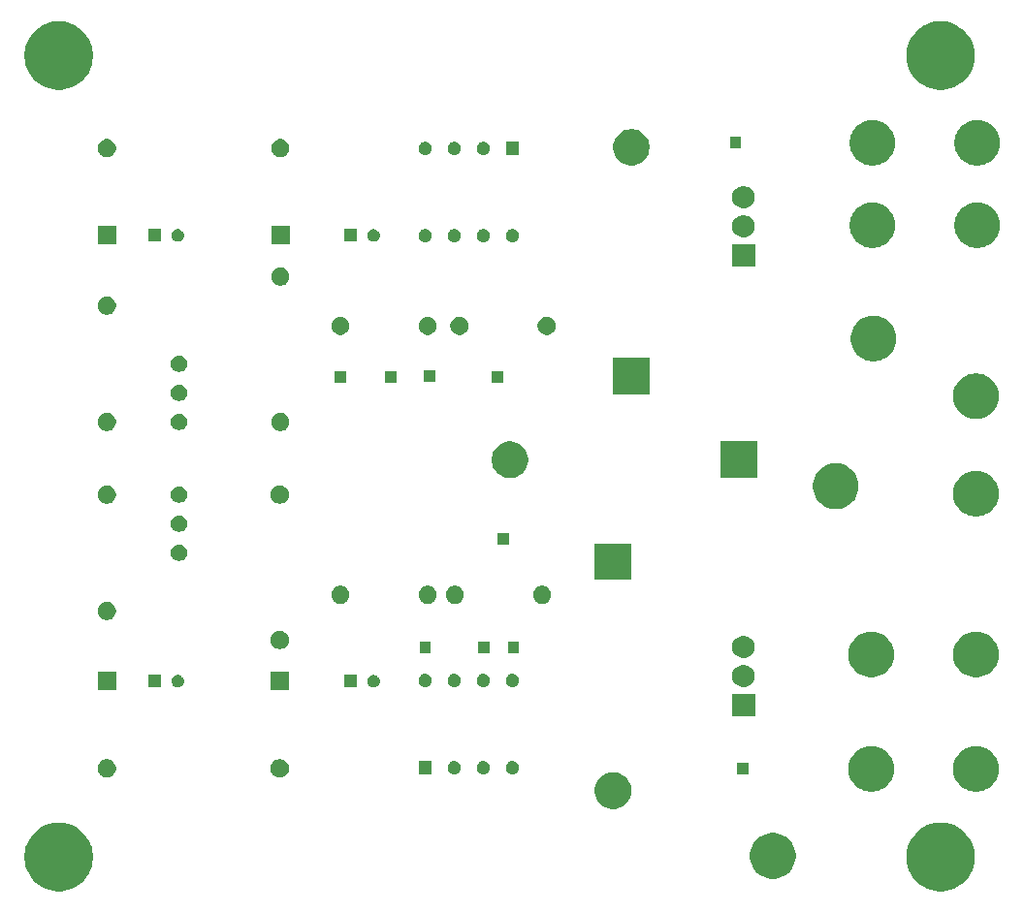
<source format=gbs>
G04 #@! TF.GenerationSoftware,KiCad,Pcbnew,9.0.1*
G04 #@! TF.CreationDate,2025-06-25T22:10:30+03:00*
G04 #@! TF.ProjectId,pcb_no_div,7063625f-6e6f-45f6-9469-762e6b696361,rev?*
G04 #@! TF.SameCoordinates,Original*
G04 #@! TF.FileFunction,Soldermask,Bot*
G04 #@! TF.FilePolarity,Negative*
%FSLAX46Y46*%
G04 Gerber Fmt 4.6, Leading zero omitted, Abs format (unit mm)*
G04 Created by KiCad (PCBNEW 9.0.1) date 2025-06-25 22:10:30*
%MOMM*%
%LPD*%
G01*
G04 APERTURE LIST*
G04 APERTURE END LIST*
G36*
X46252519Y-101942387D02*
G01*
X46580507Y-102017248D01*
X46898050Y-102128361D01*
X47201157Y-102274330D01*
X47486014Y-102453317D01*
X47749040Y-102663074D01*
X47986926Y-102900960D01*
X48196683Y-103163986D01*
X48375670Y-103448843D01*
X48521639Y-103751950D01*
X48632752Y-104069493D01*
X48707613Y-104397481D01*
X48745280Y-104731789D01*
X48745280Y-105068211D01*
X48707613Y-105402519D01*
X48632752Y-105730507D01*
X48521639Y-106048050D01*
X48375670Y-106351157D01*
X48196683Y-106636014D01*
X47986926Y-106899040D01*
X47749040Y-107136926D01*
X47486014Y-107346683D01*
X47201157Y-107525670D01*
X46898050Y-107671639D01*
X46580507Y-107782752D01*
X46252519Y-107857613D01*
X45918211Y-107895280D01*
X45581789Y-107895280D01*
X45247481Y-107857613D01*
X44919493Y-107782752D01*
X44601950Y-107671639D01*
X44298843Y-107525670D01*
X44013986Y-107346683D01*
X43750960Y-107136926D01*
X43513074Y-106899040D01*
X43303317Y-106636014D01*
X43124330Y-106351157D01*
X42978361Y-106048050D01*
X42867248Y-105730507D01*
X42792387Y-105402519D01*
X42754720Y-105068211D01*
X42754720Y-104731789D01*
X42792387Y-104397481D01*
X42867248Y-104069493D01*
X42978361Y-103751950D01*
X43124330Y-103448843D01*
X43303317Y-103163986D01*
X43513074Y-102900960D01*
X43750960Y-102663074D01*
X44013986Y-102453317D01*
X44298843Y-102274330D01*
X44601950Y-102128361D01*
X44919493Y-102017248D01*
X45247481Y-101942387D01*
X45581789Y-101904720D01*
X45918211Y-101904720D01*
X46252519Y-101942387D01*
G37*
G36*
X123252519Y-101942387D02*
G01*
X123580507Y-102017248D01*
X123898050Y-102128361D01*
X124201157Y-102274330D01*
X124486014Y-102453317D01*
X124749040Y-102663074D01*
X124986926Y-102900960D01*
X125196683Y-103163986D01*
X125375670Y-103448843D01*
X125521639Y-103751950D01*
X125632752Y-104069493D01*
X125707613Y-104397481D01*
X125745280Y-104731789D01*
X125745280Y-105068211D01*
X125707613Y-105402519D01*
X125632752Y-105730507D01*
X125521639Y-106048050D01*
X125375670Y-106351157D01*
X125196683Y-106636014D01*
X124986926Y-106899040D01*
X124749040Y-107136926D01*
X124486014Y-107346683D01*
X124201157Y-107525670D01*
X123898050Y-107671639D01*
X123580507Y-107782752D01*
X123252519Y-107857613D01*
X122918211Y-107895280D01*
X122581789Y-107895280D01*
X122247481Y-107857613D01*
X121919493Y-107782752D01*
X121601950Y-107671639D01*
X121298843Y-107525670D01*
X121013986Y-107346683D01*
X120750960Y-107136926D01*
X120513074Y-106899040D01*
X120303317Y-106636014D01*
X120124330Y-106351157D01*
X119978361Y-106048050D01*
X119867248Y-105730507D01*
X119792387Y-105402519D01*
X119754720Y-105068211D01*
X119754720Y-104731789D01*
X119792387Y-104397481D01*
X119867248Y-104069493D01*
X119978361Y-103751950D01*
X120124330Y-103448843D01*
X120303317Y-103163986D01*
X120513074Y-102900960D01*
X120750960Y-102663074D01*
X121013986Y-102453317D01*
X121298843Y-102274330D01*
X121601950Y-102128361D01*
X121919493Y-102017248D01*
X122247481Y-101942387D01*
X122581789Y-101904720D01*
X122918211Y-101904720D01*
X123252519Y-101942387D01*
G37*
G36*
X108490181Y-102838429D02*
G01*
X108742879Y-102906140D01*
X108984577Y-103006255D01*
X109211140Y-103137061D01*
X109418692Y-103296320D01*
X109603680Y-103481308D01*
X109762939Y-103688860D01*
X109893745Y-103915423D01*
X109993860Y-104157121D01*
X110061571Y-104409819D01*
X110095718Y-104669194D01*
X110095718Y-104930806D01*
X110061571Y-105190181D01*
X109993860Y-105442879D01*
X109893745Y-105684577D01*
X109762939Y-105911140D01*
X109603680Y-106118692D01*
X109418692Y-106303680D01*
X109211140Y-106462939D01*
X108984577Y-106593745D01*
X108742879Y-106693860D01*
X108490181Y-106761571D01*
X108230806Y-106795718D01*
X107969194Y-106795718D01*
X107709819Y-106761571D01*
X107457121Y-106693860D01*
X107215423Y-106593745D01*
X106988860Y-106462939D01*
X106781308Y-106303680D01*
X106596320Y-106118692D01*
X106437061Y-105911140D01*
X106306255Y-105684577D01*
X106206140Y-105442879D01*
X106138429Y-105190181D01*
X106104282Y-104930806D01*
X106104282Y-104669194D01*
X106138429Y-104409819D01*
X106206140Y-104157121D01*
X106306255Y-103915423D01*
X106437061Y-103688860D01*
X106596320Y-103481308D01*
X106781308Y-103296320D01*
X106988860Y-103137061D01*
X107215423Y-103006255D01*
X107457121Y-102906140D01*
X107709819Y-102838429D01*
X107969194Y-102804282D01*
X108230806Y-102804282D01*
X108490181Y-102838429D01*
G37*
G36*
X94523513Y-97544208D02*
G01*
X94762293Y-97621793D01*
X94985998Y-97735776D01*
X95189117Y-97883350D01*
X95366650Y-98060883D01*
X95514224Y-98264002D01*
X95628207Y-98487707D01*
X95705792Y-98726487D01*
X95745068Y-98974465D01*
X95745068Y-99225535D01*
X95705792Y-99473513D01*
X95628207Y-99712293D01*
X95514224Y-99935998D01*
X95366650Y-100139117D01*
X95189117Y-100316650D01*
X94985998Y-100464224D01*
X94762293Y-100578207D01*
X94523513Y-100655792D01*
X94275535Y-100695068D01*
X94024465Y-100695068D01*
X93776487Y-100655792D01*
X93537707Y-100578207D01*
X93314002Y-100464224D01*
X93110883Y-100316650D01*
X92933350Y-100139117D01*
X92785776Y-99935998D01*
X92671793Y-99712293D01*
X92594208Y-99473513D01*
X92554932Y-99225535D01*
X92554932Y-98974465D01*
X92594208Y-98726487D01*
X92671793Y-98487707D01*
X92785776Y-98264002D01*
X92933350Y-98060883D01*
X93110883Y-97883350D01*
X93314002Y-97735776D01*
X93537707Y-97621793D01*
X93776487Y-97544208D01*
X94024465Y-97504932D01*
X94275535Y-97504932D01*
X94523513Y-97544208D01*
G37*
G36*
X117090181Y-95238429D02*
G01*
X117342879Y-95306140D01*
X117584577Y-95406255D01*
X117811140Y-95537061D01*
X118018692Y-95696320D01*
X118203680Y-95881308D01*
X118362939Y-96088860D01*
X118493745Y-96315423D01*
X118593860Y-96557121D01*
X118661571Y-96809819D01*
X118695718Y-97069194D01*
X118695718Y-97330806D01*
X118661571Y-97590181D01*
X118593860Y-97842879D01*
X118493745Y-98084577D01*
X118362939Y-98311140D01*
X118203680Y-98518692D01*
X118018692Y-98703680D01*
X117811140Y-98862939D01*
X117584577Y-98993745D01*
X117342879Y-99093860D01*
X117090181Y-99161571D01*
X116830806Y-99195718D01*
X116569194Y-99195718D01*
X116309819Y-99161571D01*
X116057121Y-99093860D01*
X115815423Y-98993745D01*
X115588860Y-98862939D01*
X115381308Y-98703680D01*
X115196320Y-98518692D01*
X115037061Y-98311140D01*
X114906255Y-98084577D01*
X114806140Y-97842879D01*
X114738429Y-97590181D01*
X114704282Y-97330806D01*
X114704282Y-97069194D01*
X114738429Y-96809819D01*
X114806140Y-96557121D01*
X114906255Y-96315423D01*
X115037061Y-96088860D01*
X115196320Y-95881308D01*
X115381308Y-95696320D01*
X115588860Y-95537061D01*
X115815423Y-95406255D01*
X116057121Y-95306140D01*
X116309819Y-95238429D01*
X116569194Y-95204282D01*
X116830806Y-95204282D01*
X117090181Y-95238429D01*
G37*
G36*
X126240181Y-95238429D02*
G01*
X126492879Y-95306140D01*
X126734577Y-95406255D01*
X126961140Y-95537061D01*
X127168692Y-95696320D01*
X127353680Y-95881308D01*
X127512939Y-96088860D01*
X127643745Y-96315423D01*
X127743860Y-96557121D01*
X127811571Y-96809819D01*
X127845718Y-97069194D01*
X127845718Y-97330806D01*
X127811571Y-97590181D01*
X127743860Y-97842879D01*
X127643745Y-98084577D01*
X127512939Y-98311140D01*
X127353680Y-98518692D01*
X127168692Y-98703680D01*
X126961140Y-98862939D01*
X126734577Y-98993745D01*
X126492879Y-99093860D01*
X126240181Y-99161571D01*
X125980806Y-99195718D01*
X125719194Y-99195718D01*
X125459819Y-99161571D01*
X125207121Y-99093860D01*
X124965423Y-98993745D01*
X124738860Y-98862939D01*
X124531308Y-98703680D01*
X124346320Y-98518692D01*
X124187061Y-98311140D01*
X124056255Y-98084577D01*
X123956140Y-97842879D01*
X123888429Y-97590181D01*
X123854282Y-97330806D01*
X123854282Y-97069194D01*
X123888429Y-96809819D01*
X123956140Y-96557121D01*
X124056255Y-96315423D01*
X124187061Y-96088860D01*
X124346320Y-95881308D01*
X124531308Y-95696320D01*
X124738860Y-95537061D01*
X124965423Y-95406255D01*
X125207121Y-95306140D01*
X125459819Y-95238429D01*
X125719194Y-95204282D01*
X125980806Y-95204282D01*
X126240181Y-95238429D01*
G37*
G36*
X50182228Y-96394448D02*
G01*
X50327117Y-96454463D01*
X50457515Y-96541592D01*
X50568408Y-96652485D01*
X50655537Y-96782883D01*
X50715552Y-96927772D01*
X50746148Y-97081586D01*
X50746148Y-97238414D01*
X50715552Y-97392228D01*
X50655537Y-97537117D01*
X50568408Y-97667515D01*
X50457515Y-97778408D01*
X50327117Y-97865537D01*
X50182228Y-97925552D01*
X50028414Y-97956148D01*
X49871586Y-97956148D01*
X49717772Y-97925552D01*
X49572883Y-97865537D01*
X49442485Y-97778408D01*
X49331592Y-97667515D01*
X49244463Y-97537117D01*
X49184448Y-97392228D01*
X49153852Y-97238414D01*
X49153852Y-97081586D01*
X49184448Y-96927772D01*
X49244463Y-96782883D01*
X49331592Y-96652485D01*
X49442485Y-96541592D01*
X49572883Y-96454463D01*
X49717772Y-96394448D01*
X49871586Y-96363852D01*
X50028414Y-96363852D01*
X50182228Y-96394448D01*
G37*
G36*
X65282228Y-96394448D02*
G01*
X65427117Y-96454463D01*
X65557515Y-96541592D01*
X65668408Y-96652485D01*
X65755537Y-96782883D01*
X65815552Y-96927772D01*
X65846148Y-97081586D01*
X65846148Y-97238414D01*
X65815552Y-97392228D01*
X65755537Y-97537117D01*
X65668408Y-97667515D01*
X65557515Y-97778408D01*
X65427117Y-97865537D01*
X65282228Y-97925552D01*
X65128414Y-97956148D01*
X64971586Y-97956148D01*
X64817772Y-97925552D01*
X64672883Y-97865537D01*
X64542485Y-97778408D01*
X64431592Y-97667515D01*
X64344463Y-97537117D01*
X64284448Y-97392228D01*
X64253852Y-97238414D01*
X64253852Y-97081586D01*
X64284448Y-96927772D01*
X64344463Y-96782883D01*
X64431592Y-96652485D01*
X64542485Y-96541592D01*
X64672883Y-96454463D01*
X64817772Y-96394448D01*
X64971586Y-96363852D01*
X65128414Y-96363852D01*
X65282228Y-96394448D01*
G37*
G36*
X105950000Y-97700000D02*
G01*
X104950000Y-97700000D01*
X104950000Y-96700000D01*
X105950000Y-96700000D01*
X105950000Y-97700000D01*
G37*
G36*
X78320000Y-97680000D02*
G01*
X77160000Y-97680000D01*
X77160000Y-96520000D01*
X78320000Y-96520000D01*
X78320000Y-97680000D01*
G37*
G36*
X80346275Y-96524962D02*
G01*
X80355705Y-96524962D01*
X80382871Y-96532241D01*
X80448278Y-96545251D01*
X80479153Y-96558039D01*
X80501956Y-96564150D01*
X80522401Y-96575954D01*
X80553274Y-96588742D01*
X80608719Y-96625789D01*
X80633082Y-96639855D01*
X80639750Y-96646523D01*
X80647761Y-96651876D01*
X80728123Y-96732238D01*
X80733475Y-96740248D01*
X80740145Y-96746918D01*
X80754212Y-96771283D01*
X80791257Y-96826725D01*
X80804043Y-96857594D01*
X80815850Y-96878044D01*
X80821961Y-96900850D01*
X80834748Y-96931721D01*
X80847757Y-96997123D01*
X80855038Y-97024295D01*
X80855038Y-97033725D01*
X80856918Y-97043177D01*
X80856918Y-97156822D01*
X80855038Y-97166273D01*
X80855038Y-97175705D01*
X80847756Y-97202879D01*
X80834748Y-97268278D01*
X80821961Y-97299146D01*
X80815850Y-97321956D01*
X80804042Y-97342407D01*
X80791257Y-97373274D01*
X80754216Y-97428708D01*
X80740145Y-97453082D01*
X80733473Y-97459753D01*
X80728123Y-97467761D01*
X80647761Y-97548123D01*
X80639753Y-97553473D01*
X80633082Y-97560145D01*
X80608708Y-97574216D01*
X80553274Y-97611257D01*
X80522407Y-97624042D01*
X80501956Y-97635850D01*
X80479146Y-97641961D01*
X80448278Y-97654748D01*
X80382877Y-97667757D01*
X80355705Y-97675038D01*
X80346274Y-97675038D01*
X80336823Y-97676918D01*
X80223177Y-97676918D01*
X80213726Y-97675038D01*
X80204295Y-97675038D01*
X80177123Y-97667757D01*
X80111721Y-97654748D01*
X80080850Y-97641961D01*
X80058044Y-97635850D01*
X80037594Y-97624043D01*
X80006725Y-97611257D01*
X79951283Y-97574212D01*
X79926918Y-97560145D01*
X79920248Y-97553475D01*
X79912238Y-97548123D01*
X79831876Y-97467761D01*
X79826523Y-97459750D01*
X79819855Y-97453082D01*
X79805789Y-97428719D01*
X79768742Y-97373274D01*
X79755954Y-97342401D01*
X79744150Y-97321956D01*
X79738039Y-97299153D01*
X79725251Y-97268278D01*
X79712241Y-97202873D01*
X79704962Y-97175705D01*
X79704962Y-97166273D01*
X79703082Y-97156822D01*
X79703082Y-97043177D01*
X79704962Y-97033725D01*
X79704962Y-97024295D01*
X79712241Y-96997129D01*
X79725251Y-96931721D01*
X79738040Y-96900844D01*
X79744150Y-96878044D01*
X79755952Y-96857600D01*
X79768742Y-96826725D01*
X79805793Y-96771272D01*
X79819855Y-96746918D01*
X79826521Y-96740251D01*
X79831876Y-96732238D01*
X79912238Y-96651876D01*
X79920251Y-96646521D01*
X79926918Y-96639855D01*
X79951272Y-96625793D01*
X80006725Y-96588742D01*
X80037600Y-96575952D01*
X80058044Y-96564150D01*
X80080844Y-96558040D01*
X80111721Y-96545251D01*
X80177129Y-96532241D01*
X80204295Y-96524962D01*
X80213725Y-96524962D01*
X80223177Y-96523082D01*
X80336823Y-96523082D01*
X80346275Y-96524962D01*
G37*
G36*
X82886275Y-96524962D02*
G01*
X82895705Y-96524962D01*
X82922871Y-96532241D01*
X82988278Y-96545251D01*
X83019153Y-96558039D01*
X83041956Y-96564150D01*
X83062401Y-96575954D01*
X83093274Y-96588742D01*
X83148719Y-96625789D01*
X83173082Y-96639855D01*
X83179750Y-96646523D01*
X83187761Y-96651876D01*
X83268123Y-96732238D01*
X83273475Y-96740248D01*
X83280145Y-96746918D01*
X83294212Y-96771283D01*
X83331257Y-96826725D01*
X83344043Y-96857594D01*
X83355850Y-96878044D01*
X83361961Y-96900850D01*
X83374748Y-96931721D01*
X83387757Y-96997123D01*
X83395038Y-97024295D01*
X83395038Y-97033725D01*
X83396918Y-97043177D01*
X83396918Y-97156822D01*
X83395038Y-97166273D01*
X83395038Y-97175705D01*
X83387756Y-97202879D01*
X83374748Y-97268278D01*
X83361961Y-97299146D01*
X83355850Y-97321956D01*
X83344042Y-97342407D01*
X83331257Y-97373274D01*
X83294216Y-97428708D01*
X83280145Y-97453082D01*
X83273473Y-97459753D01*
X83268123Y-97467761D01*
X83187761Y-97548123D01*
X83179753Y-97553473D01*
X83173082Y-97560145D01*
X83148708Y-97574216D01*
X83093274Y-97611257D01*
X83062407Y-97624042D01*
X83041956Y-97635850D01*
X83019146Y-97641961D01*
X82988278Y-97654748D01*
X82922877Y-97667757D01*
X82895705Y-97675038D01*
X82886274Y-97675038D01*
X82876823Y-97676918D01*
X82763177Y-97676918D01*
X82753726Y-97675038D01*
X82744295Y-97675038D01*
X82717123Y-97667757D01*
X82651721Y-97654748D01*
X82620850Y-97641961D01*
X82598044Y-97635850D01*
X82577594Y-97624043D01*
X82546725Y-97611257D01*
X82491283Y-97574212D01*
X82466918Y-97560145D01*
X82460248Y-97553475D01*
X82452238Y-97548123D01*
X82371876Y-97467761D01*
X82366523Y-97459750D01*
X82359855Y-97453082D01*
X82345789Y-97428719D01*
X82308742Y-97373274D01*
X82295954Y-97342401D01*
X82284150Y-97321956D01*
X82278039Y-97299153D01*
X82265251Y-97268278D01*
X82252241Y-97202873D01*
X82244962Y-97175705D01*
X82244962Y-97166273D01*
X82243082Y-97156822D01*
X82243082Y-97043177D01*
X82244962Y-97033725D01*
X82244962Y-97024295D01*
X82252241Y-96997129D01*
X82265251Y-96931721D01*
X82278040Y-96900844D01*
X82284150Y-96878044D01*
X82295952Y-96857600D01*
X82308742Y-96826725D01*
X82345793Y-96771272D01*
X82359855Y-96746918D01*
X82366521Y-96740251D01*
X82371876Y-96732238D01*
X82452238Y-96651876D01*
X82460251Y-96646521D01*
X82466918Y-96639855D01*
X82491272Y-96625793D01*
X82546725Y-96588742D01*
X82577600Y-96575952D01*
X82598044Y-96564150D01*
X82620844Y-96558040D01*
X82651721Y-96545251D01*
X82717129Y-96532241D01*
X82744295Y-96524962D01*
X82753725Y-96524962D01*
X82763177Y-96523082D01*
X82876823Y-96523082D01*
X82886275Y-96524962D01*
G37*
G36*
X85426275Y-96524962D02*
G01*
X85435705Y-96524962D01*
X85462871Y-96532241D01*
X85528278Y-96545251D01*
X85559153Y-96558039D01*
X85581956Y-96564150D01*
X85602401Y-96575954D01*
X85633274Y-96588742D01*
X85688719Y-96625789D01*
X85713082Y-96639855D01*
X85719750Y-96646523D01*
X85727761Y-96651876D01*
X85808123Y-96732238D01*
X85813475Y-96740248D01*
X85820145Y-96746918D01*
X85834212Y-96771283D01*
X85871257Y-96826725D01*
X85884043Y-96857594D01*
X85895850Y-96878044D01*
X85901961Y-96900850D01*
X85914748Y-96931721D01*
X85927757Y-96997123D01*
X85935038Y-97024295D01*
X85935038Y-97033725D01*
X85936918Y-97043177D01*
X85936918Y-97156822D01*
X85935038Y-97166273D01*
X85935038Y-97175705D01*
X85927756Y-97202879D01*
X85914748Y-97268278D01*
X85901961Y-97299146D01*
X85895850Y-97321956D01*
X85884042Y-97342407D01*
X85871257Y-97373274D01*
X85834216Y-97428708D01*
X85820145Y-97453082D01*
X85813473Y-97459753D01*
X85808123Y-97467761D01*
X85727761Y-97548123D01*
X85719753Y-97553473D01*
X85713082Y-97560145D01*
X85688708Y-97574216D01*
X85633274Y-97611257D01*
X85602407Y-97624042D01*
X85581956Y-97635850D01*
X85559146Y-97641961D01*
X85528278Y-97654748D01*
X85462877Y-97667757D01*
X85435705Y-97675038D01*
X85426274Y-97675038D01*
X85416823Y-97676918D01*
X85303177Y-97676918D01*
X85293726Y-97675038D01*
X85284295Y-97675038D01*
X85257123Y-97667757D01*
X85191721Y-97654748D01*
X85160850Y-97641961D01*
X85138044Y-97635850D01*
X85117594Y-97624043D01*
X85086725Y-97611257D01*
X85031283Y-97574212D01*
X85006918Y-97560145D01*
X85000248Y-97553475D01*
X84992238Y-97548123D01*
X84911876Y-97467761D01*
X84906523Y-97459750D01*
X84899855Y-97453082D01*
X84885789Y-97428719D01*
X84848742Y-97373274D01*
X84835954Y-97342401D01*
X84824150Y-97321956D01*
X84818039Y-97299153D01*
X84805251Y-97268278D01*
X84792241Y-97202873D01*
X84784962Y-97175705D01*
X84784962Y-97166273D01*
X84783082Y-97156822D01*
X84783082Y-97043177D01*
X84784962Y-97033725D01*
X84784962Y-97024295D01*
X84792241Y-96997129D01*
X84805251Y-96931721D01*
X84818040Y-96900844D01*
X84824150Y-96878044D01*
X84835952Y-96857600D01*
X84848742Y-96826725D01*
X84885793Y-96771272D01*
X84899855Y-96746918D01*
X84906521Y-96740251D01*
X84911876Y-96732238D01*
X84992238Y-96651876D01*
X85000251Y-96646521D01*
X85006918Y-96639855D01*
X85031272Y-96625793D01*
X85086725Y-96588742D01*
X85117600Y-96575952D01*
X85138044Y-96564150D01*
X85160844Y-96558040D01*
X85191721Y-96545251D01*
X85257129Y-96532241D01*
X85284295Y-96524962D01*
X85293725Y-96524962D01*
X85303177Y-96523082D01*
X85416823Y-96523082D01*
X85426275Y-96524962D01*
G37*
G36*
X106540000Y-92592500D02*
G01*
X104540000Y-92592500D01*
X104540000Y-90687500D01*
X106540000Y-90687500D01*
X106540000Y-92592500D01*
G37*
G36*
X50750000Y-90340000D02*
G01*
X49150000Y-90340000D01*
X49150000Y-88740000D01*
X50750000Y-88740000D01*
X50750000Y-90340000D01*
G37*
G36*
X65850000Y-90340000D02*
G01*
X64250000Y-90340000D01*
X64250000Y-88740000D01*
X65850000Y-88740000D01*
X65850000Y-90340000D01*
G37*
G36*
X54700000Y-90090000D02*
G01*
X53600000Y-90090000D01*
X53600000Y-88990000D01*
X54700000Y-88990000D01*
X54700000Y-90090000D01*
G37*
G36*
X71800000Y-90090000D02*
G01*
X70700000Y-90090000D01*
X70700000Y-88990000D01*
X71800000Y-88990000D01*
X71800000Y-90090000D01*
G37*
G36*
X56212771Y-88994705D02*
G01*
X56221789Y-88994705D01*
X56247771Y-89001666D01*
X56309569Y-89013959D01*
X56338738Y-89026041D01*
X56360476Y-89031866D01*
X56379965Y-89043118D01*
X56409133Y-89055200D01*
X56461524Y-89090206D01*
X56484819Y-89103656D01*
X56491194Y-89110031D01*
X56498729Y-89115066D01*
X56574933Y-89191270D01*
X56579967Y-89198804D01*
X56586344Y-89205181D01*
X56599795Y-89228479D01*
X56634799Y-89280866D01*
X56646879Y-89310030D01*
X56658134Y-89329524D01*
X56663959Y-89351265D01*
X56676040Y-89380430D01*
X56688331Y-89442223D01*
X56695295Y-89468211D01*
X56695295Y-89477229D01*
X56697063Y-89486118D01*
X56697063Y-89593881D01*
X56695295Y-89602769D01*
X56695295Y-89611789D01*
X56688330Y-89637779D01*
X56676040Y-89699569D01*
X56663960Y-89728731D01*
X56658134Y-89750476D01*
X56646878Y-89769971D01*
X56634799Y-89799133D01*
X56599799Y-89851513D01*
X56586344Y-89874819D01*
X56579965Y-89881197D01*
X56574933Y-89888729D01*
X56498729Y-89964933D01*
X56491197Y-89969965D01*
X56484819Y-89976344D01*
X56461513Y-89989799D01*
X56409133Y-90024799D01*
X56379971Y-90036878D01*
X56360476Y-90048134D01*
X56338731Y-90053960D01*
X56309569Y-90066040D01*
X56247777Y-90078331D01*
X56221789Y-90085295D01*
X56212770Y-90085295D01*
X56203882Y-90087063D01*
X56096118Y-90087063D01*
X56087230Y-90085295D01*
X56078211Y-90085295D01*
X56052223Y-90078331D01*
X55990430Y-90066040D01*
X55961265Y-90053959D01*
X55939524Y-90048134D01*
X55920030Y-90036879D01*
X55890866Y-90024799D01*
X55838479Y-89989795D01*
X55815181Y-89976344D01*
X55808804Y-89969967D01*
X55801270Y-89964933D01*
X55725066Y-89888729D01*
X55720031Y-89881194D01*
X55713656Y-89874819D01*
X55700206Y-89851524D01*
X55665200Y-89799133D01*
X55653118Y-89769965D01*
X55641866Y-89750476D01*
X55636041Y-89728738D01*
X55623959Y-89699569D01*
X55611667Y-89637773D01*
X55604705Y-89611789D01*
X55604705Y-89602769D01*
X55602937Y-89593881D01*
X55602937Y-89486118D01*
X55604705Y-89477229D01*
X55604705Y-89468211D01*
X55611666Y-89442229D01*
X55623959Y-89380430D01*
X55636042Y-89351258D01*
X55641866Y-89329524D01*
X55653116Y-89310037D01*
X55665200Y-89280866D01*
X55700211Y-89228468D01*
X55713656Y-89205181D01*
X55720029Y-89198807D01*
X55725066Y-89191270D01*
X55801270Y-89115066D01*
X55808807Y-89110029D01*
X55815181Y-89103656D01*
X55838468Y-89090211D01*
X55890866Y-89055200D01*
X55920037Y-89043116D01*
X55939524Y-89031866D01*
X55961258Y-89026042D01*
X55990430Y-89013959D01*
X56052229Y-89001666D01*
X56078211Y-88994705D01*
X56087229Y-88994705D01*
X56096118Y-88992937D01*
X56203882Y-88992937D01*
X56212771Y-88994705D01*
G37*
G36*
X73312771Y-88994705D02*
G01*
X73321789Y-88994705D01*
X73347771Y-89001666D01*
X73409569Y-89013959D01*
X73438738Y-89026041D01*
X73460476Y-89031866D01*
X73479965Y-89043118D01*
X73509133Y-89055200D01*
X73561524Y-89090206D01*
X73584819Y-89103656D01*
X73591194Y-89110031D01*
X73598729Y-89115066D01*
X73674933Y-89191270D01*
X73679967Y-89198804D01*
X73686344Y-89205181D01*
X73699795Y-89228479D01*
X73734799Y-89280866D01*
X73746879Y-89310030D01*
X73758134Y-89329524D01*
X73763959Y-89351265D01*
X73776040Y-89380430D01*
X73788331Y-89442223D01*
X73795295Y-89468211D01*
X73795295Y-89477229D01*
X73797063Y-89486118D01*
X73797063Y-89593881D01*
X73795295Y-89602769D01*
X73795295Y-89611789D01*
X73788330Y-89637779D01*
X73776040Y-89699569D01*
X73763960Y-89728731D01*
X73758134Y-89750476D01*
X73746878Y-89769971D01*
X73734799Y-89799133D01*
X73699799Y-89851513D01*
X73686344Y-89874819D01*
X73679965Y-89881197D01*
X73674933Y-89888729D01*
X73598729Y-89964933D01*
X73591197Y-89969965D01*
X73584819Y-89976344D01*
X73561513Y-89989799D01*
X73509133Y-90024799D01*
X73479971Y-90036878D01*
X73460476Y-90048134D01*
X73438731Y-90053960D01*
X73409569Y-90066040D01*
X73347777Y-90078331D01*
X73321789Y-90085295D01*
X73312770Y-90085295D01*
X73303882Y-90087063D01*
X73196118Y-90087063D01*
X73187230Y-90085295D01*
X73178211Y-90085295D01*
X73152223Y-90078331D01*
X73090430Y-90066040D01*
X73061265Y-90053959D01*
X73039524Y-90048134D01*
X73020030Y-90036879D01*
X72990866Y-90024799D01*
X72938479Y-89989795D01*
X72915181Y-89976344D01*
X72908804Y-89969967D01*
X72901270Y-89964933D01*
X72825066Y-89888729D01*
X72820031Y-89881194D01*
X72813656Y-89874819D01*
X72800206Y-89851524D01*
X72765200Y-89799133D01*
X72753118Y-89769965D01*
X72741866Y-89750476D01*
X72736041Y-89728738D01*
X72723959Y-89699569D01*
X72711667Y-89637773D01*
X72704705Y-89611789D01*
X72704705Y-89602769D01*
X72702937Y-89593881D01*
X72702937Y-89486118D01*
X72704705Y-89477229D01*
X72704705Y-89468211D01*
X72711666Y-89442229D01*
X72723959Y-89380430D01*
X72736042Y-89351258D01*
X72741866Y-89329524D01*
X72753116Y-89310037D01*
X72765200Y-89280866D01*
X72800211Y-89228468D01*
X72813656Y-89205181D01*
X72820029Y-89198807D01*
X72825066Y-89191270D01*
X72901270Y-89115066D01*
X72908807Y-89110029D01*
X72915181Y-89103656D01*
X72938468Y-89090211D01*
X72990866Y-89055200D01*
X73020037Y-89043116D01*
X73039524Y-89031866D01*
X73061258Y-89026042D01*
X73090430Y-89013959D01*
X73152229Y-89001666D01*
X73178211Y-88994705D01*
X73187229Y-88994705D01*
X73196118Y-88992937D01*
X73303882Y-88992937D01*
X73312771Y-88994705D01*
G37*
G36*
X77806275Y-88904962D02*
G01*
X77815705Y-88904962D01*
X77842871Y-88912241D01*
X77908278Y-88925251D01*
X77939153Y-88938039D01*
X77961956Y-88944150D01*
X77982401Y-88955954D01*
X78013274Y-88968742D01*
X78068719Y-89005789D01*
X78093082Y-89019855D01*
X78099750Y-89026523D01*
X78107761Y-89031876D01*
X78188123Y-89112238D01*
X78193475Y-89120248D01*
X78200145Y-89126918D01*
X78214212Y-89151283D01*
X78251257Y-89206725D01*
X78264043Y-89237594D01*
X78275850Y-89258044D01*
X78281961Y-89280850D01*
X78294748Y-89311721D01*
X78307757Y-89377123D01*
X78315038Y-89404295D01*
X78315038Y-89413725D01*
X78316918Y-89423177D01*
X78316918Y-89536822D01*
X78315038Y-89546273D01*
X78315038Y-89555705D01*
X78307756Y-89582879D01*
X78294748Y-89648278D01*
X78281961Y-89679146D01*
X78275850Y-89701956D01*
X78264042Y-89722407D01*
X78251257Y-89753274D01*
X78214216Y-89808708D01*
X78200145Y-89833082D01*
X78193473Y-89839753D01*
X78188123Y-89847761D01*
X78107761Y-89928123D01*
X78099753Y-89933473D01*
X78093082Y-89940145D01*
X78068708Y-89954216D01*
X78013274Y-89991257D01*
X77982407Y-90004042D01*
X77961956Y-90015850D01*
X77939146Y-90021961D01*
X77908278Y-90034748D01*
X77842877Y-90047757D01*
X77815705Y-90055038D01*
X77806274Y-90055038D01*
X77796823Y-90056918D01*
X77683177Y-90056918D01*
X77673726Y-90055038D01*
X77664295Y-90055038D01*
X77637123Y-90047757D01*
X77571721Y-90034748D01*
X77540850Y-90021961D01*
X77518044Y-90015850D01*
X77497594Y-90004043D01*
X77466725Y-89991257D01*
X77411283Y-89954212D01*
X77386918Y-89940145D01*
X77380248Y-89933475D01*
X77372238Y-89928123D01*
X77291876Y-89847761D01*
X77286523Y-89839750D01*
X77279855Y-89833082D01*
X77265789Y-89808719D01*
X77228742Y-89753274D01*
X77215954Y-89722401D01*
X77204150Y-89701956D01*
X77198039Y-89679153D01*
X77185251Y-89648278D01*
X77172241Y-89582873D01*
X77164962Y-89555705D01*
X77164962Y-89546273D01*
X77163082Y-89536822D01*
X77163082Y-89423177D01*
X77164962Y-89413725D01*
X77164962Y-89404295D01*
X77172241Y-89377129D01*
X77185251Y-89311721D01*
X77198040Y-89280844D01*
X77204150Y-89258044D01*
X77215952Y-89237600D01*
X77228742Y-89206725D01*
X77265793Y-89151272D01*
X77279855Y-89126918D01*
X77286521Y-89120251D01*
X77291876Y-89112238D01*
X77372238Y-89031876D01*
X77380251Y-89026521D01*
X77386918Y-89019855D01*
X77411272Y-89005793D01*
X77466725Y-88968742D01*
X77497600Y-88955952D01*
X77518044Y-88944150D01*
X77540844Y-88938040D01*
X77571721Y-88925251D01*
X77637129Y-88912241D01*
X77664295Y-88904962D01*
X77673725Y-88904962D01*
X77683177Y-88903082D01*
X77796823Y-88903082D01*
X77806275Y-88904962D01*
G37*
G36*
X80346275Y-88904962D02*
G01*
X80355705Y-88904962D01*
X80382871Y-88912241D01*
X80448278Y-88925251D01*
X80479153Y-88938039D01*
X80501956Y-88944150D01*
X80522401Y-88955954D01*
X80553274Y-88968742D01*
X80608719Y-89005789D01*
X80633082Y-89019855D01*
X80639750Y-89026523D01*
X80647761Y-89031876D01*
X80728123Y-89112238D01*
X80733475Y-89120248D01*
X80740145Y-89126918D01*
X80754212Y-89151283D01*
X80791257Y-89206725D01*
X80804043Y-89237594D01*
X80815850Y-89258044D01*
X80821961Y-89280850D01*
X80834748Y-89311721D01*
X80847757Y-89377123D01*
X80855038Y-89404295D01*
X80855038Y-89413725D01*
X80856918Y-89423177D01*
X80856918Y-89536822D01*
X80855038Y-89546273D01*
X80855038Y-89555705D01*
X80847756Y-89582879D01*
X80834748Y-89648278D01*
X80821961Y-89679146D01*
X80815850Y-89701956D01*
X80804042Y-89722407D01*
X80791257Y-89753274D01*
X80754216Y-89808708D01*
X80740145Y-89833082D01*
X80733473Y-89839753D01*
X80728123Y-89847761D01*
X80647761Y-89928123D01*
X80639753Y-89933473D01*
X80633082Y-89940145D01*
X80608708Y-89954216D01*
X80553274Y-89991257D01*
X80522407Y-90004042D01*
X80501956Y-90015850D01*
X80479146Y-90021961D01*
X80448278Y-90034748D01*
X80382877Y-90047757D01*
X80355705Y-90055038D01*
X80346274Y-90055038D01*
X80336823Y-90056918D01*
X80223177Y-90056918D01*
X80213726Y-90055038D01*
X80204295Y-90055038D01*
X80177123Y-90047757D01*
X80111721Y-90034748D01*
X80080850Y-90021961D01*
X80058044Y-90015850D01*
X80037594Y-90004043D01*
X80006725Y-89991257D01*
X79951283Y-89954212D01*
X79926918Y-89940145D01*
X79920248Y-89933475D01*
X79912238Y-89928123D01*
X79831876Y-89847761D01*
X79826523Y-89839750D01*
X79819855Y-89833082D01*
X79805789Y-89808719D01*
X79768742Y-89753274D01*
X79755954Y-89722401D01*
X79744150Y-89701956D01*
X79738039Y-89679153D01*
X79725251Y-89648278D01*
X79712241Y-89582873D01*
X79704962Y-89555705D01*
X79704962Y-89546273D01*
X79703082Y-89536822D01*
X79703082Y-89423177D01*
X79704962Y-89413725D01*
X79704962Y-89404295D01*
X79712241Y-89377129D01*
X79725251Y-89311721D01*
X79738040Y-89280844D01*
X79744150Y-89258044D01*
X79755952Y-89237600D01*
X79768742Y-89206725D01*
X79805793Y-89151272D01*
X79819855Y-89126918D01*
X79826521Y-89120251D01*
X79831876Y-89112238D01*
X79912238Y-89031876D01*
X79920251Y-89026521D01*
X79926918Y-89019855D01*
X79951272Y-89005793D01*
X80006725Y-88968742D01*
X80037600Y-88955952D01*
X80058044Y-88944150D01*
X80080844Y-88938040D01*
X80111721Y-88925251D01*
X80177129Y-88912241D01*
X80204295Y-88904962D01*
X80213725Y-88904962D01*
X80223177Y-88903082D01*
X80336823Y-88903082D01*
X80346275Y-88904962D01*
G37*
G36*
X82886275Y-88904962D02*
G01*
X82895705Y-88904962D01*
X82922871Y-88912241D01*
X82988278Y-88925251D01*
X83019153Y-88938039D01*
X83041956Y-88944150D01*
X83062401Y-88955954D01*
X83093274Y-88968742D01*
X83148719Y-89005789D01*
X83173082Y-89019855D01*
X83179750Y-89026523D01*
X83187761Y-89031876D01*
X83268123Y-89112238D01*
X83273475Y-89120248D01*
X83280145Y-89126918D01*
X83294212Y-89151283D01*
X83331257Y-89206725D01*
X83344043Y-89237594D01*
X83355850Y-89258044D01*
X83361961Y-89280850D01*
X83374748Y-89311721D01*
X83387757Y-89377123D01*
X83395038Y-89404295D01*
X83395038Y-89413725D01*
X83396918Y-89423177D01*
X83396918Y-89536822D01*
X83395038Y-89546273D01*
X83395038Y-89555705D01*
X83387756Y-89582879D01*
X83374748Y-89648278D01*
X83361961Y-89679146D01*
X83355850Y-89701956D01*
X83344042Y-89722407D01*
X83331257Y-89753274D01*
X83294216Y-89808708D01*
X83280145Y-89833082D01*
X83273473Y-89839753D01*
X83268123Y-89847761D01*
X83187761Y-89928123D01*
X83179753Y-89933473D01*
X83173082Y-89940145D01*
X83148708Y-89954216D01*
X83093274Y-89991257D01*
X83062407Y-90004042D01*
X83041956Y-90015850D01*
X83019146Y-90021961D01*
X82988278Y-90034748D01*
X82922877Y-90047757D01*
X82895705Y-90055038D01*
X82886274Y-90055038D01*
X82876823Y-90056918D01*
X82763177Y-90056918D01*
X82753726Y-90055038D01*
X82744295Y-90055038D01*
X82717123Y-90047757D01*
X82651721Y-90034748D01*
X82620850Y-90021961D01*
X82598044Y-90015850D01*
X82577594Y-90004043D01*
X82546725Y-89991257D01*
X82491283Y-89954212D01*
X82466918Y-89940145D01*
X82460248Y-89933475D01*
X82452238Y-89928123D01*
X82371876Y-89847761D01*
X82366523Y-89839750D01*
X82359855Y-89833082D01*
X82345789Y-89808719D01*
X82308742Y-89753274D01*
X82295954Y-89722401D01*
X82284150Y-89701956D01*
X82278039Y-89679153D01*
X82265251Y-89648278D01*
X82252241Y-89582873D01*
X82244962Y-89555705D01*
X82244962Y-89546273D01*
X82243082Y-89536822D01*
X82243082Y-89423177D01*
X82244962Y-89413725D01*
X82244962Y-89404295D01*
X82252241Y-89377129D01*
X82265251Y-89311721D01*
X82278040Y-89280844D01*
X82284150Y-89258044D01*
X82295952Y-89237600D01*
X82308742Y-89206725D01*
X82345793Y-89151272D01*
X82359855Y-89126918D01*
X82366521Y-89120251D01*
X82371876Y-89112238D01*
X82452238Y-89031876D01*
X82460251Y-89026521D01*
X82466918Y-89019855D01*
X82491272Y-89005793D01*
X82546725Y-88968742D01*
X82577600Y-88955952D01*
X82598044Y-88944150D01*
X82620844Y-88938040D01*
X82651721Y-88925251D01*
X82717129Y-88912241D01*
X82744295Y-88904962D01*
X82753725Y-88904962D01*
X82763177Y-88903082D01*
X82876823Y-88903082D01*
X82886275Y-88904962D01*
G37*
G36*
X85426275Y-88904962D02*
G01*
X85435705Y-88904962D01*
X85462871Y-88912241D01*
X85528278Y-88925251D01*
X85559153Y-88938039D01*
X85581956Y-88944150D01*
X85602401Y-88955954D01*
X85633274Y-88968742D01*
X85688719Y-89005789D01*
X85713082Y-89019855D01*
X85719750Y-89026523D01*
X85727761Y-89031876D01*
X85808123Y-89112238D01*
X85813475Y-89120248D01*
X85820145Y-89126918D01*
X85834212Y-89151283D01*
X85871257Y-89206725D01*
X85884043Y-89237594D01*
X85895850Y-89258044D01*
X85901961Y-89280850D01*
X85914748Y-89311721D01*
X85927757Y-89377123D01*
X85935038Y-89404295D01*
X85935038Y-89413725D01*
X85936918Y-89423177D01*
X85936918Y-89536822D01*
X85935038Y-89546273D01*
X85935038Y-89555705D01*
X85927756Y-89582879D01*
X85914748Y-89648278D01*
X85901961Y-89679146D01*
X85895850Y-89701956D01*
X85884042Y-89722407D01*
X85871257Y-89753274D01*
X85834216Y-89808708D01*
X85820145Y-89833082D01*
X85813473Y-89839753D01*
X85808123Y-89847761D01*
X85727761Y-89928123D01*
X85719753Y-89933473D01*
X85713082Y-89940145D01*
X85688708Y-89954216D01*
X85633274Y-89991257D01*
X85602407Y-90004042D01*
X85581956Y-90015850D01*
X85559146Y-90021961D01*
X85528278Y-90034748D01*
X85462877Y-90047757D01*
X85435705Y-90055038D01*
X85426274Y-90055038D01*
X85416823Y-90056918D01*
X85303177Y-90056918D01*
X85293726Y-90055038D01*
X85284295Y-90055038D01*
X85257123Y-90047757D01*
X85191721Y-90034748D01*
X85160850Y-90021961D01*
X85138044Y-90015850D01*
X85117594Y-90004043D01*
X85086725Y-89991257D01*
X85031283Y-89954212D01*
X85006918Y-89940145D01*
X85000248Y-89933475D01*
X84992238Y-89928123D01*
X84911876Y-89847761D01*
X84906523Y-89839750D01*
X84899855Y-89833082D01*
X84885789Y-89808719D01*
X84848742Y-89753274D01*
X84835954Y-89722401D01*
X84824150Y-89701956D01*
X84818039Y-89679153D01*
X84805251Y-89648278D01*
X84792241Y-89582873D01*
X84784962Y-89555705D01*
X84784962Y-89546273D01*
X84783082Y-89536822D01*
X84783082Y-89423177D01*
X84784962Y-89413725D01*
X84784962Y-89404295D01*
X84792241Y-89377129D01*
X84805251Y-89311721D01*
X84818040Y-89280844D01*
X84824150Y-89258044D01*
X84835952Y-89237600D01*
X84848742Y-89206725D01*
X84885793Y-89151272D01*
X84899855Y-89126918D01*
X84906521Y-89120251D01*
X84911876Y-89112238D01*
X84992238Y-89031876D01*
X85000251Y-89026521D01*
X85006918Y-89019855D01*
X85031272Y-89005793D01*
X85086725Y-88968742D01*
X85117600Y-88955952D01*
X85138044Y-88944150D01*
X85160844Y-88938040D01*
X85191721Y-88925251D01*
X85257129Y-88912241D01*
X85284295Y-88904962D01*
X85293725Y-88904962D01*
X85303177Y-88903082D01*
X85416823Y-88903082D01*
X85426275Y-88904962D01*
G37*
G36*
X105680861Y-88152087D02*
G01*
X105863996Y-88188514D01*
X106036505Y-88259970D01*
X106191760Y-88363708D01*
X106323792Y-88495740D01*
X106427530Y-88650995D01*
X106498986Y-88823504D01*
X106535413Y-89006639D01*
X106535413Y-89193361D01*
X106498986Y-89376496D01*
X106427530Y-89549005D01*
X106323792Y-89704260D01*
X106191760Y-89836292D01*
X106036505Y-89940030D01*
X105863996Y-90011486D01*
X105680861Y-90047913D01*
X105587500Y-90052500D01*
X105586022Y-90052500D01*
X105493978Y-90052500D01*
X105492500Y-90052500D01*
X105399139Y-90047913D01*
X105216004Y-90011486D01*
X105043495Y-89940030D01*
X104888240Y-89836292D01*
X104756208Y-89704260D01*
X104652470Y-89549005D01*
X104581014Y-89376496D01*
X104544587Y-89193361D01*
X104544587Y-89006639D01*
X104581014Y-88823504D01*
X104652470Y-88650995D01*
X104756208Y-88495740D01*
X104888240Y-88363708D01*
X105043495Y-88259970D01*
X105216004Y-88188514D01*
X105399139Y-88152087D01*
X105492500Y-88147500D01*
X105587500Y-88147500D01*
X105680861Y-88152087D01*
G37*
G36*
X117090181Y-85238429D02*
G01*
X117342879Y-85306140D01*
X117584577Y-85406255D01*
X117811140Y-85537061D01*
X118018692Y-85696320D01*
X118203680Y-85881308D01*
X118362939Y-86088860D01*
X118493745Y-86315423D01*
X118593860Y-86557121D01*
X118661571Y-86809819D01*
X118695718Y-87069194D01*
X118695718Y-87330806D01*
X118661571Y-87590181D01*
X118593860Y-87842879D01*
X118493745Y-88084577D01*
X118362939Y-88311140D01*
X118203680Y-88518692D01*
X118018692Y-88703680D01*
X117811140Y-88862939D01*
X117584577Y-88993745D01*
X117342879Y-89093860D01*
X117090181Y-89161571D01*
X116830806Y-89195718D01*
X116569194Y-89195718D01*
X116309819Y-89161571D01*
X116057121Y-89093860D01*
X115815423Y-88993745D01*
X115588860Y-88862939D01*
X115381308Y-88703680D01*
X115196320Y-88518692D01*
X115037061Y-88311140D01*
X114906255Y-88084577D01*
X114806140Y-87842879D01*
X114738429Y-87590181D01*
X114704282Y-87330806D01*
X114704282Y-87069194D01*
X114738429Y-86809819D01*
X114806140Y-86557121D01*
X114906255Y-86315423D01*
X115037061Y-86088860D01*
X115196320Y-85881308D01*
X115381308Y-85696320D01*
X115588860Y-85537061D01*
X115815423Y-85406255D01*
X116057121Y-85306140D01*
X116309819Y-85238429D01*
X116569194Y-85204282D01*
X116830806Y-85204282D01*
X117090181Y-85238429D01*
G37*
G36*
X126240181Y-85238429D02*
G01*
X126492879Y-85306140D01*
X126734577Y-85406255D01*
X126961140Y-85537061D01*
X127168692Y-85696320D01*
X127353680Y-85881308D01*
X127512939Y-86088860D01*
X127643745Y-86315423D01*
X127743860Y-86557121D01*
X127811571Y-86809819D01*
X127845718Y-87069194D01*
X127845718Y-87330806D01*
X127811571Y-87590181D01*
X127743860Y-87842879D01*
X127643745Y-88084577D01*
X127512939Y-88311140D01*
X127353680Y-88518692D01*
X127168692Y-88703680D01*
X126961140Y-88862939D01*
X126734577Y-88993745D01*
X126492879Y-89093860D01*
X126240181Y-89161571D01*
X125980806Y-89195718D01*
X125719194Y-89195718D01*
X125459819Y-89161571D01*
X125207121Y-89093860D01*
X124965423Y-88993745D01*
X124738860Y-88862939D01*
X124531308Y-88703680D01*
X124346320Y-88518692D01*
X124187061Y-88311140D01*
X124056255Y-88084577D01*
X123956140Y-87842879D01*
X123888429Y-87590181D01*
X123854282Y-87330806D01*
X123854282Y-87069194D01*
X123888429Y-86809819D01*
X123956140Y-86557121D01*
X124056255Y-86315423D01*
X124187061Y-86088860D01*
X124346320Y-85881308D01*
X124531308Y-85696320D01*
X124738860Y-85537061D01*
X124965423Y-85406255D01*
X125207121Y-85306140D01*
X125459819Y-85238429D01*
X125719194Y-85204282D01*
X125980806Y-85204282D01*
X126240181Y-85238429D01*
G37*
G36*
X105680861Y-85612087D02*
G01*
X105863996Y-85648514D01*
X106036505Y-85719970D01*
X106191760Y-85823708D01*
X106323792Y-85955740D01*
X106427530Y-86110995D01*
X106498986Y-86283504D01*
X106535413Y-86466639D01*
X106535413Y-86653361D01*
X106498986Y-86836496D01*
X106427530Y-87009005D01*
X106323792Y-87164260D01*
X106191760Y-87296292D01*
X106036505Y-87400030D01*
X105863996Y-87471486D01*
X105680861Y-87507913D01*
X105587500Y-87512500D01*
X105586022Y-87512500D01*
X105493978Y-87512500D01*
X105492500Y-87512500D01*
X105399139Y-87507913D01*
X105216004Y-87471486D01*
X105043495Y-87400030D01*
X104888240Y-87296292D01*
X104756208Y-87164260D01*
X104652470Y-87009005D01*
X104581014Y-86836496D01*
X104544587Y-86653361D01*
X104544587Y-86466639D01*
X104581014Y-86283504D01*
X104652470Y-86110995D01*
X104756208Y-85955740D01*
X104888240Y-85823708D01*
X105043495Y-85719970D01*
X105216004Y-85648514D01*
X105399139Y-85612087D01*
X105492500Y-85607500D01*
X105587500Y-85607500D01*
X105680861Y-85612087D01*
G37*
G36*
X78250000Y-87100000D02*
G01*
X77250000Y-87100000D01*
X77250000Y-86100000D01*
X78250000Y-86100000D01*
X78250000Y-87100000D01*
G37*
G36*
X83350000Y-87100000D02*
G01*
X82350000Y-87100000D01*
X82350000Y-86100000D01*
X83350000Y-86100000D01*
X83350000Y-87100000D01*
G37*
G36*
X85950000Y-87100000D02*
G01*
X84950000Y-87100000D01*
X84950000Y-86100000D01*
X85950000Y-86100000D01*
X85950000Y-87100000D01*
G37*
G36*
X65282228Y-85184448D02*
G01*
X65427117Y-85244463D01*
X65557515Y-85331592D01*
X65668408Y-85442485D01*
X65755537Y-85572883D01*
X65815552Y-85717772D01*
X65846148Y-85871586D01*
X65846148Y-86028414D01*
X65815552Y-86182228D01*
X65755537Y-86327117D01*
X65668408Y-86457515D01*
X65557515Y-86568408D01*
X65427117Y-86655537D01*
X65282228Y-86715552D01*
X65128414Y-86746148D01*
X64971586Y-86746148D01*
X64817772Y-86715552D01*
X64672883Y-86655537D01*
X64542485Y-86568408D01*
X64431592Y-86457515D01*
X64344463Y-86327117D01*
X64284448Y-86182228D01*
X64253852Y-86028414D01*
X64253852Y-85871586D01*
X64284448Y-85717772D01*
X64344463Y-85572883D01*
X64431592Y-85442485D01*
X64542485Y-85331592D01*
X64672883Y-85244463D01*
X64817772Y-85184448D01*
X64971586Y-85153852D01*
X65128414Y-85153852D01*
X65282228Y-85184448D01*
G37*
G36*
X50182228Y-82644448D02*
G01*
X50327117Y-82704463D01*
X50457515Y-82791592D01*
X50568408Y-82902485D01*
X50655537Y-83032883D01*
X50715552Y-83177772D01*
X50746148Y-83331586D01*
X50746148Y-83488414D01*
X50715552Y-83642228D01*
X50655537Y-83787117D01*
X50568408Y-83917515D01*
X50457515Y-84028408D01*
X50327117Y-84115537D01*
X50182228Y-84175552D01*
X50028414Y-84206148D01*
X49871586Y-84206148D01*
X49717772Y-84175552D01*
X49572883Y-84115537D01*
X49442485Y-84028408D01*
X49331592Y-83917515D01*
X49244463Y-83787117D01*
X49184448Y-83642228D01*
X49153852Y-83488414D01*
X49153852Y-83331586D01*
X49184448Y-83177772D01*
X49244463Y-83032883D01*
X49331592Y-82902485D01*
X49442485Y-82791592D01*
X49572883Y-82704463D01*
X49717772Y-82644448D01*
X49871586Y-82613852D01*
X50028414Y-82613852D01*
X50182228Y-82644448D01*
G37*
G36*
X70572228Y-81234448D02*
G01*
X70717117Y-81294463D01*
X70847515Y-81381592D01*
X70958408Y-81492485D01*
X71045537Y-81622883D01*
X71105552Y-81767772D01*
X71136148Y-81921586D01*
X71136148Y-82078414D01*
X71105552Y-82232228D01*
X71045537Y-82377117D01*
X70958408Y-82507515D01*
X70847515Y-82618408D01*
X70717117Y-82705537D01*
X70572228Y-82765552D01*
X70418414Y-82796148D01*
X70261586Y-82796148D01*
X70107772Y-82765552D01*
X69962883Y-82705537D01*
X69832485Y-82618408D01*
X69721592Y-82507515D01*
X69634463Y-82377117D01*
X69574448Y-82232228D01*
X69543852Y-82078414D01*
X69543852Y-81921586D01*
X69574448Y-81767772D01*
X69634463Y-81622883D01*
X69721592Y-81492485D01*
X69832485Y-81381592D01*
X69962883Y-81294463D01*
X70107772Y-81234448D01*
X70261586Y-81203852D01*
X70418414Y-81203852D01*
X70572228Y-81234448D01*
G37*
G36*
X78192228Y-81234448D02*
G01*
X78337117Y-81294463D01*
X78467515Y-81381592D01*
X78578408Y-81492485D01*
X78665537Y-81622883D01*
X78725552Y-81767772D01*
X78756148Y-81921586D01*
X78756148Y-82078414D01*
X78725552Y-82232228D01*
X78665537Y-82377117D01*
X78578408Y-82507515D01*
X78467515Y-82618408D01*
X78337117Y-82705537D01*
X78192228Y-82765552D01*
X78038414Y-82796148D01*
X77881586Y-82796148D01*
X77727772Y-82765552D01*
X77582883Y-82705537D01*
X77452485Y-82618408D01*
X77341592Y-82507515D01*
X77254463Y-82377117D01*
X77194448Y-82232228D01*
X77163852Y-82078414D01*
X77163852Y-81921586D01*
X77194448Y-81767772D01*
X77254463Y-81622883D01*
X77341592Y-81492485D01*
X77452485Y-81381592D01*
X77582883Y-81294463D01*
X77727772Y-81234448D01*
X77881586Y-81203852D01*
X78038414Y-81203852D01*
X78192228Y-81234448D01*
G37*
G36*
X80572228Y-81234448D02*
G01*
X80717117Y-81294463D01*
X80847515Y-81381592D01*
X80958408Y-81492485D01*
X81045537Y-81622883D01*
X81105552Y-81767772D01*
X81136148Y-81921586D01*
X81136148Y-82078414D01*
X81105552Y-82232228D01*
X81045537Y-82377117D01*
X80958408Y-82507515D01*
X80847515Y-82618408D01*
X80717117Y-82705537D01*
X80572228Y-82765552D01*
X80418414Y-82796148D01*
X80261586Y-82796148D01*
X80107772Y-82765552D01*
X79962883Y-82705537D01*
X79832485Y-82618408D01*
X79721592Y-82507515D01*
X79634463Y-82377117D01*
X79574448Y-82232228D01*
X79543852Y-82078414D01*
X79543852Y-81921586D01*
X79574448Y-81767772D01*
X79634463Y-81622883D01*
X79721592Y-81492485D01*
X79832485Y-81381592D01*
X79962883Y-81294463D01*
X80107772Y-81234448D01*
X80261586Y-81203852D01*
X80418414Y-81203852D01*
X80572228Y-81234448D01*
G37*
G36*
X88192228Y-81234448D02*
G01*
X88337117Y-81294463D01*
X88467515Y-81381592D01*
X88578408Y-81492485D01*
X88665537Y-81622883D01*
X88725552Y-81767772D01*
X88756148Y-81921586D01*
X88756148Y-82078414D01*
X88725552Y-82232228D01*
X88665537Y-82377117D01*
X88578408Y-82507515D01*
X88467515Y-82618408D01*
X88337117Y-82705537D01*
X88192228Y-82765552D01*
X88038414Y-82796148D01*
X87881586Y-82796148D01*
X87727772Y-82765552D01*
X87582883Y-82705537D01*
X87452485Y-82618408D01*
X87341592Y-82507515D01*
X87254463Y-82377117D01*
X87194448Y-82232228D01*
X87163852Y-82078414D01*
X87163852Y-81921586D01*
X87194448Y-81767772D01*
X87254463Y-81622883D01*
X87341592Y-81492485D01*
X87452485Y-81381592D01*
X87582883Y-81294463D01*
X87727772Y-81234448D01*
X87881586Y-81203852D01*
X88038414Y-81203852D01*
X88192228Y-81234448D01*
G37*
G36*
X95750000Y-80700000D02*
G01*
X92550000Y-80700000D01*
X92550000Y-77500000D01*
X95750000Y-77500000D01*
X95750000Y-80700000D01*
G37*
G36*
X56459005Y-77641003D02*
G01*
X56589406Y-77695017D01*
X56706763Y-77773432D01*
X56806568Y-77873237D01*
X56884983Y-77990594D01*
X56938997Y-78120995D01*
X56966533Y-78259428D01*
X56966533Y-78400572D01*
X56938997Y-78539005D01*
X56884983Y-78669406D01*
X56806568Y-78786763D01*
X56706763Y-78886568D01*
X56589406Y-78964983D01*
X56459005Y-79018997D01*
X56320572Y-79046533D01*
X56179428Y-79046533D01*
X56040995Y-79018997D01*
X55910594Y-78964983D01*
X55793237Y-78886568D01*
X55693432Y-78786763D01*
X55615017Y-78669406D01*
X55561003Y-78539005D01*
X55533467Y-78400572D01*
X55533467Y-78259428D01*
X55561003Y-78120995D01*
X55615017Y-77990594D01*
X55693432Y-77873237D01*
X55793237Y-77773432D01*
X55910594Y-77695017D01*
X56040995Y-77641003D01*
X56179428Y-77613467D01*
X56320572Y-77613467D01*
X56459005Y-77641003D01*
G37*
G36*
X85050000Y-77600000D02*
G01*
X84050000Y-77600000D01*
X84050000Y-76600000D01*
X85050000Y-76600000D01*
X85050000Y-77600000D01*
G37*
G36*
X56459005Y-75101003D02*
G01*
X56589406Y-75155017D01*
X56706763Y-75233432D01*
X56806568Y-75333237D01*
X56884983Y-75450594D01*
X56938997Y-75580995D01*
X56966533Y-75719428D01*
X56966533Y-75860572D01*
X56938997Y-75999005D01*
X56884983Y-76129406D01*
X56806568Y-76246763D01*
X56706763Y-76346568D01*
X56589406Y-76424983D01*
X56459005Y-76478997D01*
X56320572Y-76506533D01*
X56179428Y-76506533D01*
X56040995Y-76478997D01*
X55910594Y-76424983D01*
X55793237Y-76346568D01*
X55693432Y-76246763D01*
X55615017Y-76129406D01*
X55561003Y-75999005D01*
X55533467Y-75860572D01*
X55533467Y-75719428D01*
X55561003Y-75580995D01*
X55615017Y-75450594D01*
X55693432Y-75333237D01*
X55793237Y-75233432D01*
X55910594Y-75155017D01*
X56040995Y-75101003D01*
X56179428Y-75073467D01*
X56320572Y-75073467D01*
X56459005Y-75101003D01*
G37*
G36*
X126240181Y-71188429D02*
G01*
X126492879Y-71256140D01*
X126734577Y-71356255D01*
X126961140Y-71487061D01*
X127168692Y-71646320D01*
X127353680Y-71831308D01*
X127512939Y-72038860D01*
X127643745Y-72265423D01*
X127743860Y-72507121D01*
X127811571Y-72759819D01*
X127845718Y-73019194D01*
X127845718Y-73280806D01*
X127811571Y-73540181D01*
X127743860Y-73792879D01*
X127643745Y-74034577D01*
X127512939Y-74261140D01*
X127353680Y-74468692D01*
X127168692Y-74653680D01*
X126961140Y-74812939D01*
X126734577Y-74943745D01*
X126492879Y-75043860D01*
X126240181Y-75111571D01*
X125980806Y-75145718D01*
X125719194Y-75145718D01*
X125459819Y-75111571D01*
X125207121Y-75043860D01*
X124965423Y-74943745D01*
X124738860Y-74812939D01*
X124531308Y-74653680D01*
X124346320Y-74468692D01*
X124187061Y-74261140D01*
X124056255Y-74034577D01*
X123956140Y-73792879D01*
X123888429Y-73540181D01*
X123854282Y-73280806D01*
X123854282Y-73019194D01*
X123888429Y-72759819D01*
X123956140Y-72507121D01*
X124056255Y-72265423D01*
X124187061Y-72038860D01*
X124346320Y-71831308D01*
X124531308Y-71646320D01*
X124738860Y-71487061D01*
X124965423Y-71356255D01*
X125207121Y-71256140D01*
X125459819Y-71188429D01*
X125719194Y-71154282D01*
X125980806Y-71154282D01*
X126240181Y-71188429D01*
G37*
G36*
X113990181Y-70538429D02*
G01*
X114242879Y-70606140D01*
X114484577Y-70706255D01*
X114711140Y-70837061D01*
X114918692Y-70996320D01*
X115103680Y-71181308D01*
X115262939Y-71388860D01*
X115393745Y-71615423D01*
X115493860Y-71857121D01*
X115561571Y-72109819D01*
X115595718Y-72369194D01*
X115595718Y-72630806D01*
X115561571Y-72890181D01*
X115493860Y-73142879D01*
X115393745Y-73384577D01*
X115262939Y-73611140D01*
X115103680Y-73818692D01*
X114918692Y-74003680D01*
X114711140Y-74162939D01*
X114484577Y-74293745D01*
X114242879Y-74393860D01*
X113990181Y-74461571D01*
X113730806Y-74495718D01*
X113469194Y-74495718D01*
X113209819Y-74461571D01*
X112957121Y-74393860D01*
X112715423Y-74293745D01*
X112488860Y-74162939D01*
X112281308Y-74003680D01*
X112096320Y-73818692D01*
X111937061Y-73611140D01*
X111806255Y-73384577D01*
X111706140Y-73142879D01*
X111638429Y-72890181D01*
X111604282Y-72630806D01*
X111604282Y-72369194D01*
X111638429Y-72109819D01*
X111706140Y-71857121D01*
X111806255Y-71615423D01*
X111937061Y-71388860D01*
X112096320Y-71181308D01*
X112281308Y-70996320D01*
X112488860Y-70837061D01*
X112715423Y-70706255D01*
X112957121Y-70606140D01*
X113209819Y-70538429D01*
X113469194Y-70504282D01*
X113730806Y-70504282D01*
X113990181Y-70538429D01*
G37*
G36*
X50182228Y-72484448D02*
G01*
X50327117Y-72544463D01*
X50457515Y-72631592D01*
X50568408Y-72742485D01*
X50655537Y-72872883D01*
X50715552Y-73017772D01*
X50746148Y-73171586D01*
X50746148Y-73328414D01*
X50715552Y-73482228D01*
X50655537Y-73627117D01*
X50568408Y-73757515D01*
X50457515Y-73868408D01*
X50327117Y-73955537D01*
X50182228Y-74015552D01*
X50028414Y-74046148D01*
X49871586Y-74046148D01*
X49717772Y-74015552D01*
X49572883Y-73955537D01*
X49442485Y-73868408D01*
X49331592Y-73757515D01*
X49244463Y-73627117D01*
X49184448Y-73482228D01*
X49153852Y-73328414D01*
X49153852Y-73171586D01*
X49184448Y-73017772D01*
X49244463Y-72872883D01*
X49331592Y-72742485D01*
X49442485Y-72631592D01*
X49572883Y-72544463D01*
X49717772Y-72484448D01*
X49871586Y-72453852D01*
X50028414Y-72453852D01*
X50182228Y-72484448D01*
G37*
G36*
X65282228Y-72484448D02*
G01*
X65427117Y-72544463D01*
X65557515Y-72631592D01*
X65668408Y-72742485D01*
X65755537Y-72872883D01*
X65815552Y-73017772D01*
X65846148Y-73171586D01*
X65846148Y-73328414D01*
X65815552Y-73482228D01*
X65755537Y-73627117D01*
X65668408Y-73757515D01*
X65557515Y-73868408D01*
X65427117Y-73955537D01*
X65282228Y-74015552D01*
X65128414Y-74046148D01*
X64971586Y-74046148D01*
X64817772Y-74015552D01*
X64672883Y-73955537D01*
X64542485Y-73868408D01*
X64431592Y-73757515D01*
X64344463Y-73627117D01*
X64284448Y-73482228D01*
X64253852Y-73328414D01*
X64253852Y-73171586D01*
X64284448Y-73017772D01*
X64344463Y-72872883D01*
X64431592Y-72742485D01*
X64542485Y-72631592D01*
X64672883Y-72544463D01*
X64817772Y-72484448D01*
X64971586Y-72453852D01*
X65128414Y-72453852D01*
X65282228Y-72484448D01*
G37*
G36*
X56459005Y-72561003D02*
G01*
X56589406Y-72615017D01*
X56706763Y-72693432D01*
X56806568Y-72793237D01*
X56884983Y-72910594D01*
X56938997Y-73040995D01*
X56966533Y-73179428D01*
X56966533Y-73320572D01*
X56938997Y-73459005D01*
X56884983Y-73589406D01*
X56806568Y-73706763D01*
X56706763Y-73806568D01*
X56589406Y-73884983D01*
X56459005Y-73938997D01*
X56320572Y-73966533D01*
X56179428Y-73966533D01*
X56040995Y-73938997D01*
X55910594Y-73884983D01*
X55793237Y-73806568D01*
X55693432Y-73706763D01*
X55615017Y-73589406D01*
X55561003Y-73459005D01*
X55533467Y-73320572D01*
X55533467Y-73179428D01*
X55561003Y-73040995D01*
X55615017Y-72910594D01*
X55693432Y-72793237D01*
X55793237Y-72693432D01*
X55910594Y-72615017D01*
X56040995Y-72561003D01*
X56179428Y-72533467D01*
X56320572Y-72533467D01*
X56459005Y-72561003D01*
G37*
G36*
X106750000Y-71800000D02*
G01*
X103550000Y-71800000D01*
X103550000Y-68600000D01*
X106750000Y-68600000D01*
X106750000Y-71800000D01*
G37*
G36*
X85523513Y-68644208D02*
G01*
X85762293Y-68721793D01*
X85985998Y-68835776D01*
X86189117Y-68983350D01*
X86366650Y-69160883D01*
X86514224Y-69364002D01*
X86628207Y-69587707D01*
X86705792Y-69826487D01*
X86745068Y-70074465D01*
X86745068Y-70325535D01*
X86705792Y-70573513D01*
X86628207Y-70812293D01*
X86514224Y-71035998D01*
X86366650Y-71239117D01*
X86189117Y-71416650D01*
X85985998Y-71564224D01*
X85762293Y-71678207D01*
X85523513Y-71755792D01*
X85275535Y-71795068D01*
X85024465Y-71795068D01*
X84776487Y-71755792D01*
X84537707Y-71678207D01*
X84314002Y-71564224D01*
X84110883Y-71416650D01*
X83933350Y-71239117D01*
X83785776Y-71035998D01*
X83671793Y-70812293D01*
X83594208Y-70573513D01*
X83554932Y-70325535D01*
X83554932Y-70074465D01*
X83594208Y-69826487D01*
X83671793Y-69587707D01*
X83785776Y-69364002D01*
X83933350Y-69160883D01*
X84110883Y-68983350D01*
X84314002Y-68835776D01*
X84537707Y-68721793D01*
X84776487Y-68644208D01*
X85024465Y-68604932D01*
X85275535Y-68604932D01*
X85523513Y-68644208D01*
G37*
G36*
X50182228Y-66124448D02*
G01*
X50327117Y-66184463D01*
X50457515Y-66271592D01*
X50568408Y-66382485D01*
X50655537Y-66512883D01*
X50715552Y-66657772D01*
X50746148Y-66811586D01*
X50746148Y-66968414D01*
X50715552Y-67122228D01*
X50655537Y-67267117D01*
X50568408Y-67397515D01*
X50457515Y-67508408D01*
X50327117Y-67595537D01*
X50182228Y-67655552D01*
X50028414Y-67686148D01*
X49871586Y-67686148D01*
X49717772Y-67655552D01*
X49572883Y-67595537D01*
X49442485Y-67508408D01*
X49331592Y-67397515D01*
X49244463Y-67267117D01*
X49184448Y-67122228D01*
X49153852Y-66968414D01*
X49153852Y-66811586D01*
X49184448Y-66657772D01*
X49244463Y-66512883D01*
X49331592Y-66382485D01*
X49442485Y-66271592D01*
X49572883Y-66184463D01*
X49717772Y-66124448D01*
X49871586Y-66093852D01*
X50028414Y-66093852D01*
X50182228Y-66124448D01*
G37*
G36*
X65332228Y-66124448D02*
G01*
X65477117Y-66184463D01*
X65607515Y-66271592D01*
X65718408Y-66382485D01*
X65805537Y-66512883D01*
X65865552Y-66657772D01*
X65896148Y-66811586D01*
X65896148Y-66968414D01*
X65865552Y-67122228D01*
X65805537Y-67267117D01*
X65718408Y-67397515D01*
X65607515Y-67508408D01*
X65477117Y-67595537D01*
X65332228Y-67655552D01*
X65178414Y-67686148D01*
X65021586Y-67686148D01*
X64867772Y-67655552D01*
X64722883Y-67595537D01*
X64592485Y-67508408D01*
X64481592Y-67397515D01*
X64394463Y-67267117D01*
X64334448Y-67122228D01*
X64303852Y-66968414D01*
X64303852Y-66811586D01*
X64334448Y-66657772D01*
X64394463Y-66512883D01*
X64481592Y-66382485D01*
X64592485Y-66271592D01*
X64722883Y-66184463D01*
X64867772Y-66124448D01*
X65021586Y-66093852D01*
X65178414Y-66093852D01*
X65332228Y-66124448D01*
G37*
G36*
X56459005Y-66201003D02*
G01*
X56589406Y-66255017D01*
X56706763Y-66333432D01*
X56806568Y-66433237D01*
X56884983Y-66550594D01*
X56938997Y-66680995D01*
X56966533Y-66819428D01*
X56966533Y-66960572D01*
X56938997Y-67099005D01*
X56884983Y-67229406D01*
X56806568Y-67346763D01*
X56706763Y-67446568D01*
X56589406Y-67524983D01*
X56459005Y-67578997D01*
X56320572Y-67606533D01*
X56179428Y-67606533D01*
X56040995Y-67578997D01*
X55910594Y-67524983D01*
X55793237Y-67446568D01*
X55693432Y-67346763D01*
X55615017Y-67229406D01*
X55561003Y-67099005D01*
X55533467Y-66960572D01*
X55533467Y-66819428D01*
X55561003Y-66680995D01*
X55615017Y-66550594D01*
X55693432Y-66433237D01*
X55793237Y-66333432D01*
X55910594Y-66255017D01*
X56040995Y-66201003D01*
X56179428Y-66173467D01*
X56320572Y-66173467D01*
X56459005Y-66201003D01*
G37*
G36*
X126240181Y-62688429D02*
G01*
X126492879Y-62756140D01*
X126734577Y-62856255D01*
X126961140Y-62987061D01*
X127168692Y-63146320D01*
X127353680Y-63331308D01*
X127512939Y-63538860D01*
X127643745Y-63765423D01*
X127743860Y-64007121D01*
X127811571Y-64259819D01*
X127845718Y-64519194D01*
X127845718Y-64780806D01*
X127811571Y-65040181D01*
X127743860Y-65292879D01*
X127643745Y-65534577D01*
X127512939Y-65761140D01*
X127353680Y-65968692D01*
X127168692Y-66153680D01*
X126961140Y-66312939D01*
X126734577Y-66443745D01*
X126492879Y-66543860D01*
X126240181Y-66611571D01*
X125980806Y-66645718D01*
X125719194Y-66645718D01*
X125459819Y-66611571D01*
X125207121Y-66543860D01*
X124965423Y-66443745D01*
X124738860Y-66312939D01*
X124531308Y-66153680D01*
X124346320Y-65968692D01*
X124187061Y-65761140D01*
X124056255Y-65534577D01*
X123956140Y-65292879D01*
X123888429Y-65040181D01*
X123854282Y-64780806D01*
X123854282Y-64519194D01*
X123888429Y-64259819D01*
X123956140Y-64007121D01*
X124056255Y-63765423D01*
X124187061Y-63538860D01*
X124346320Y-63331308D01*
X124531308Y-63146320D01*
X124738860Y-62987061D01*
X124965423Y-62856255D01*
X125207121Y-62756140D01*
X125459819Y-62688429D01*
X125719194Y-62654282D01*
X125980806Y-62654282D01*
X126240181Y-62688429D01*
G37*
G36*
X56459005Y-63661003D02*
G01*
X56589406Y-63715017D01*
X56706763Y-63793432D01*
X56806568Y-63893237D01*
X56884983Y-64010594D01*
X56938997Y-64140995D01*
X56966533Y-64279428D01*
X56966533Y-64420572D01*
X56938997Y-64559005D01*
X56884983Y-64689406D01*
X56806568Y-64806763D01*
X56706763Y-64906568D01*
X56589406Y-64984983D01*
X56459005Y-65038997D01*
X56320572Y-65066533D01*
X56179428Y-65066533D01*
X56040995Y-65038997D01*
X55910594Y-64984983D01*
X55793237Y-64906568D01*
X55693432Y-64806763D01*
X55615017Y-64689406D01*
X55561003Y-64559005D01*
X55533467Y-64420572D01*
X55533467Y-64279428D01*
X55561003Y-64140995D01*
X55615017Y-64010594D01*
X55693432Y-63893237D01*
X55793237Y-63793432D01*
X55910594Y-63715017D01*
X56040995Y-63661003D01*
X56179428Y-63633467D01*
X56320572Y-63633467D01*
X56459005Y-63661003D01*
G37*
G36*
X97350000Y-64500000D02*
G01*
X94150000Y-64500000D01*
X94150000Y-61300000D01*
X97350000Y-61300000D01*
X97350000Y-64500000D01*
G37*
G36*
X70850000Y-63500000D02*
G01*
X69850000Y-63500000D01*
X69850000Y-62500000D01*
X70850000Y-62500000D01*
X70850000Y-63500000D01*
G37*
G36*
X75250000Y-63500000D02*
G01*
X74250000Y-63500000D01*
X74250000Y-62500000D01*
X75250000Y-62500000D01*
X75250000Y-63500000D01*
G37*
G36*
X84550000Y-63500000D02*
G01*
X83550000Y-63500000D01*
X83550000Y-62500000D01*
X84550000Y-62500000D01*
X84550000Y-63500000D01*
G37*
G36*
X78650000Y-63400000D02*
G01*
X77650000Y-63400000D01*
X77650000Y-62400000D01*
X78650000Y-62400000D01*
X78650000Y-63400000D01*
G37*
G36*
X56459005Y-61121003D02*
G01*
X56589406Y-61175017D01*
X56706763Y-61253432D01*
X56806568Y-61353237D01*
X56884983Y-61470594D01*
X56938997Y-61600995D01*
X56966533Y-61739428D01*
X56966533Y-61880572D01*
X56938997Y-62019005D01*
X56884983Y-62149406D01*
X56806568Y-62266763D01*
X56706763Y-62366568D01*
X56589406Y-62444983D01*
X56459005Y-62498997D01*
X56320572Y-62526533D01*
X56179428Y-62526533D01*
X56040995Y-62498997D01*
X55910594Y-62444983D01*
X55793237Y-62366568D01*
X55693432Y-62266763D01*
X55615017Y-62149406D01*
X55561003Y-62019005D01*
X55533467Y-61880572D01*
X55533467Y-61739428D01*
X55561003Y-61600995D01*
X55615017Y-61470594D01*
X55693432Y-61353237D01*
X55793237Y-61253432D01*
X55910594Y-61175017D01*
X56040995Y-61121003D01*
X56179428Y-61093467D01*
X56320572Y-61093467D01*
X56459005Y-61121003D01*
G37*
G36*
X117290181Y-57638429D02*
G01*
X117542879Y-57706140D01*
X117784577Y-57806255D01*
X118011140Y-57937061D01*
X118218692Y-58096320D01*
X118403680Y-58281308D01*
X118562939Y-58488860D01*
X118693745Y-58715423D01*
X118793860Y-58957121D01*
X118861571Y-59209819D01*
X118895718Y-59469194D01*
X118895718Y-59730806D01*
X118861571Y-59990181D01*
X118793860Y-60242879D01*
X118693745Y-60484577D01*
X118562939Y-60711140D01*
X118403680Y-60918692D01*
X118218692Y-61103680D01*
X118011140Y-61262939D01*
X117784577Y-61393745D01*
X117542879Y-61493860D01*
X117290181Y-61561571D01*
X117030806Y-61595718D01*
X116769194Y-61595718D01*
X116509819Y-61561571D01*
X116257121Y-61493860D01*
X116015423Y-61393745D01*
X115788860Y-61262939D01*
X115581308Y-61103680D01*
X115396320Y-60918692D01*
X115237061Y-60711140D01*
X115106255Y-60484577D01*
X115006140Y-60242879D01*
X114938429Y-59990181D01*
X114904282Y-59730806D01*
X114904282Y-59469194D01*
X114938429Y-59209819D01*
X115006140Y-58957121D01*
X115106255Y-58715423D01*
X115237061Y-58488860D01*
X115396320Y-58281308D01*
X115581308Y-58096320D01*
X115788860Y-57937061D01*
X116015423Y-57806255D01*
X116257121Y-57706140D01*
X116509819Y-57638429D01*
X116769194Y-57604282D01*
X117030806Y-57604282D01*
X117290181Y-57638429D01*
G37*
G36*
X70572228Y-57734448D02*
G01*
X70717117Y-57794463D01*
X70847515Y-57881592D01*
X70958408Y-57992485D01*
X71045537Y-58122883D01*
X71105552Y-58267772D01*
X71136148Y-58421586D01*
X71136148Y-58578414D01*
X71105552Y-58732228D01*
X71045537Y-58877117D01*
X70958408Y-59007515D01*
X70847515Y-59118408D01*
X70717117Y-59205537D01*
X70572228Y-59265552D01*
X70418414Y-59296148D01*
X70261586Y-59296148D01*
X70107772Y-59265552D01*
X69962883Y-59205537D01*
X69832485Y-59118408D01*
X69721592Y-59007515D01*
X69634463Y-58877117D01*
X69574448Y-58732228D01*
X69543852Y-58578414D01*
X69543852Y-58421586D01*
X69574448Y-58267772D01*
X69634463Y-58122883D01*
X69721592Y-57992485D01*
X69832485Y-57881592D01*
X69962883Y-57794463D01*
X70107772Y-57734448D01*
X70261586Y-57703852D01*
X70418414Y-57703852D01*
X70572228Y-57734448D01*
G37*
G36*
X78192228Y-57734448D02*
G01*
X78337117Y-57794463D01*
X78467515Y-57881592D01*
X78578408Y-57992485D01*
X78665537Y-58122883D01*
X78725552Y-58267772D01*
X78756148Y-58421586D01*
X78756148Y-58578414D01*
X78725552Y-58732228D01*
X78665537Y-58877117D01*
X78578408Y-59007515D01*
X78467515Y-59118408D01*
X78337117Y-59205537D01*
X78192228Y-59265552D01*
X78038414Y-59296148D01*
X77881586Y-59296148D01*
X77727772Y-59265552D01*
X77582883Y-59205537D01*
X77452485Y-59118408D01*
X77341592Y-59007515D01*
X77254463Y-58877117D01*
X77194448Y-58732228D01*
X77163852Y-58578414D01*
X77163852Y-58421586D01*
X77194448Y-58267772D01*
X77254463Y-58122883D01*
X77341592Y-57992485D01*
X77452485Y-57881592D01*
X77582883Y-57794463D01*
X77727772Y-57734448D01*
X77881586Y-57703852D01*
X78038414Y-57703852D01*
X78192228Y-57734448D01*
G37*
G36*
X80972228Y-57734448D02*
G01*
X81117117Y-57794463D01*
X81247515Y-57881592D01*
X81358408Y-57992485D01*
X81445537Y-58122883D01*
X81505552Y-58267772D01*
X81536148Y-58421586D01*
X81536148Y-58578414D01*
X81505552Y-58732228D01*
X81445537Y-58877117D01*
X81358408Y-59007515D01*
X81247515Y-59118408D01*
X81117117Y-59205537D01*
X80972228Y-59265552D01*
X80818414Y-59296148D01*
X80661586Y-59296148D01*
X80507772Y-59265552D01*
X80362883Y-59205537D01*
X80232485Y-59118408D01*
X80121592Y-59007515D01*
X80034463Y-58877117D01*
X79974448Y-58732228D01*
X79943852Y-58578414D01*
X79943852Y-58421586D01*
X79974448Y-58267772D01*
X80034463Y-58122883D01*
X80121592Y-57992485D01*
X80232485Y-57881592D01*
X80362883Y-57794463D01*
X80507772Y-57734448D01*
X80661586Y-57703852D01*
X80818414Y-57703852D01*
X80972228Y-57734448D01*
G37*
G36*
X88592228Y-57734448D02*
G01*
X88737117Y-57794463D01*
X88867515Y-57881592D01*
X88978408Y-57992485D01*
X89065537Y-58122883D01*
X89125552Y-58267772D01*
X89156148Y-58421586D01*
X89156148Y-58578414D01*
X89125552Y-58732228D01*
X89065537Y-58877117D01*
X88978408Y-59007515D01*
X88867515Y-59118408D01*
X88737117Y-59205537D01*
X88592228Y-59265552D01*
X88438414Y-59296148D01*
X88281586Y-59296148D01*
X88127772Y-59265552D01*
X87982883Y-59205537D01*
X87852485Y-59118408D01*
X87741592Y-59007515D01*
X87654463Y-58877117D01*
X87594448Y-58732228D01*
X87563852Y-58578414D01*
X87563852Y-58421586D01*
X87594448Y-58267772D01*
X87654463Y-58122883D01*
X87741592Y-57992485D01*
X87852485Y-57881592D01*
X87982883Y-57794463D01*
X88127772Y-57734448D01*
X88281586Y-57703852D01*
X88438414Y-57703852D01*
X88592228Y-57734448D01*
G37*
G36*
X50182228Y-55964448D02*
G01*
X50327117Y-56024463D01*
X50457515Y-56111592D01*
X50568408Y-56222485D01*
X50655537Y-56352883D01*
X50715552Y-56497772D01*
X50746148Y-56651586D01*
X50746148Y-56808414D01*
X50715552Y-56962228D01*
X50655537Y-57107117D01*
X50568408Y-57237515D01*
X50457515Y-57348408D01*
X50327117Y-57435537D01*
X50182228Y-57495552D01*
X50028414Y-57526148D01*
X49871586Y-57526148D01*
X49717772Y-57495552D01*
X49572883Y-57435537D01*
X49442485Y-57348408D01*
X49331592Y-57237515D01*
X49244463Y-57107117D01*
X49184448Y-56962228D01*
X49153852Y-56808414D01*
X49153852Y-56651586D01*
X49184448Y-56497772D01*
X49244463Y-56352883D01*
X49331592Y-56222485D01*
X49442485Y-56111592D01*
X49572883Y-56024463D01*
X49717772Y-55964448D01*
X49871586Y-55933852D01*
X50028414Y-55933852D01*
X50182228Y-55964448D01*
G37*
G36*
X65332228Y-53424448D02*
G01*
X65477117Y-53484463D01*
X65607515Y-53571592D01*
X65718408Y-53682485D01*
X65805537Y-53812883D01*
X65865552Y-53957772D01*
X65896148Y-54111586D01*
X65896148Y-54268414D01*
X65865552Y-54422228D01*
X65805537Y-54567117D01*
X65718408Y-54697515D01*
X65607515Y-54808408D01*
X65477117Y-54895537D01*
X65332228Y-54955552D01*
X65178414Y-54986148D01*
X65021586Y-54986148D01*
X64867772Y-54955552D01*
X64722883Y-54895537D01*
X64592485Y-54808408D01*
X64481592Y-54697515D01*
X64394463Y-54567117D01*
X64334448Y-54422228D01*
X64303852Y-54268414D01*
X64303852Y-54111586D01*
X64334448Y-53957772D01*
X64394463Y-53812883D01*
X64481592Y-53682485D01*
X64592485Y-53571592D01*
X64722883Y-53484463D01*
X64867772Y-53424448D01*
X65021586Y-53393852D01*
X65178414Y-53393852D01*
X65332228Y-53424448D01*
G37*
G36*
X106540000Y-53292500D02*
G01*
X104540000Y-53292500D01*
X104540000Y-51387500D01*
X106540000Y-51387500D01*
X106540000Y-53292500D01*
G37*
G36*
X117190181Y-47738429D02*
G01*
X117442879Y-47806140D01*
X117684577Y-47906255D01*
X117911140Y-48037061D01*
X118118692Y-48196320D01*
X118303680Y-48381308D01*
X118462939Y-48588860D01*
X118593745Y-48815423D01*
X118693860Y-49057121D01*
X118761571Y-49309819D01*
X118795718Y-49569194D01*
X118795718Y-49830806D01*
X118761571Y-50090181D01*
X118693860Y-50342879D01*
X118593745Y-50584577D01*
X118462939Y-50811140D01*
X118303680Y-51018692D01*
X118118692Y-51203680D01*
X117911140Y-51362939D01*
X117684577Y-51493745D01*
X117442879Y-51593860D01*
X117190181Y-51661571D01*
X116930806Y-51695718D01*
X116669194Y-51695718D01*
X116409819Y-51661571D01*
X116157121Y-51593860D01*
X115915423Y-51493745D01*
X115688860Y-51362939D01*
X115481308Y-51203680D01*
X115296320Y-51018692D01*
X115137061Y-50811140D01*
X115006255Y-50584577D01*
X114906140Y-50342879D01*
X114838429Y-50090181D01*
X114804282Y-49830806D01*
X114804282Y-49569194D01*
X114838429Y-49309819D01*
X114906140Y-49057121D01*
X115006255Y-48815423D01*
X115137061Y-48588860D01*
X115296320Y-48381308D01*
X115481308Y-48196320D01*
X115688860Y-48037061D01*
X115915423Y-47906255D01*
X116157121Y-47806140D01*
X116409819Y-47738429D01*
X116669194Y-47704282D01*
X116930806Y-47704282D01*
X117190181Y-47738429D01*
G37*
G36*
X126340181Y-47738429D02*
G01*
X126592879Y-47806140D01*
X126834577Y-47906255D01*
X127061140Y-48037061D01*
X127268692Y-48196320D01*
X127453680Y-48381308D01*
X127612939Y-48588860D01*
X127743745Y-48815423D01*
X127843860Y-49057121D01*
X127911571Y-49309819D01*
X127945718Y-49569194D01*
X127945718Y-49830806D01*
X127911571Y-50090181D01*
X127843860Y-50342879D01*
X127743745Y-50584577D01*
X127612939Y-50811140D01*
X127453680Y-51018692D01*
X127268692Y-51203680D01*
X127061140Y-51362939D01*
X126834577Y-51493745D01*
X126592879Y-51593860D01*
X126340181Y-51661571D01*
X126080806Y-51695718D01*
X125819194Y-51695718D01*
X125559819Y-51661571D01*
X125307121Y-51593860D01*
X125065423Y-51493745D01*
X124838860Y-51362939D01*
X124631308Y-51203680D01*
X124446320Y-51018692D01*
X124287061Y-50811140D01*
X124156255Y-50584577D01*
X124056140Y-50342879D01*
X123988429Y-50090181D01*
X123954282Y-49830806D01*
X123954282Y-49569194D01*
X123988429Y-49309819D01*
X124056140Y-49057121D01*
X124156255Y-48815423D01*
X124287061Y-48588860D01*
X124446320Y-48381308D01*
X124631308Y-48196320D01*
X124838860Y-48037061D01*
X125065423Y-47906255D01*
X125307121Y-47806140D01*
X125559819Y-47738429D01*
X125819194Y-47704282D01*
X126080806Y-47704282D01*
X126340181Y-47738429D01*
G37*
G36*
X50750000Y-51400000D02*
G01*
X49150000Y-51400000D01*
X49150000Y-49800000D01*
X50750000Y-49800000D01*
X50750000Y-51400000D01*
G37*
G36*
X65900000Y-51400000D02*
G01*
X64300000Y-51400000D01*
X64300000Y-49800000D01*
X65900000Y-49800000D01*
X65900000Y-51400000D01*
G37*
G36*
X77806275Y-50044962D02*
G01*
X77815705Y-50044962D01*
X77842871Y-50052241D01*
X77908278Y-50065251D01*
X77939153Y-50078039D01*
X77961956Y-50084150D01*
X77982401Y-50095954D01*
X78013274Y-50108742D01*
X78068719Y-50145789D01*
X78093082Y-50159855D01*
X78099750Y-50166523D01*
X78107761Y-50171876D01*
X78188123Y-50252238D01*
X78193475Y-50260248D01*
X78200145Y-50266918D01*
X78214212Y-50291283D01*
X78251257Y-50346725D01*
X78264043Y-50377594D01*
X78275850Y-50398044D01*
X78281961Y-50420850D01*
X78294748Y-50451721D01*
X78307757Y-50517123D01*
X78315038Y-50544295D01*
X78315038Y-50553725D01*
X78316918Y-50563177D01*
X78316918Y-50676822D01*
X78315038Y-50686273D01*
X78315038Y-50695705D01*
X78307756Y-50722879D01*
X78294748Y-50788278D01*
X78281961Y-50819146D01*
X78275850Y-50841956D01*
X78264042Y-50862407D01*
X78251257Y-50893274D01*
X78214216Y-50948708D01*
X78200145Y-50973082D01*
X78193473Y-50979753D01*
X78188123Y-50987761D01*
X78107761Y-51068123D01*
X78099753Y-51073473D01*
X78093082Y-51080145D01*
X78068708Y-51094216D01*
X78013274Y-51131257D01*
X77982407Y-51144042D01*
X77961956Y-51155850D01*
X77939146Y-51161961D01*
X77908278Y-51174748D01*
X77842877Y-51187757D01*
X77815705Y-51195038D01*
X77806274Y-51195038D01*
X77796823Y-51196918D01*
X77683177Y-51196918D01*
X77673726Y-51195038D01*
X77664295Y-51195038D01*
X77637123Y-51187757D01*
X77571721Y-51174748D01*
X77540850Y-51161961D01*
X77518044Y-51155850D01*
X77497594Y-51144043D01*
X77466725Y-51131257D01*
X77411283Y-51094212D01*
X77386918Y-51080145D01*
X77380248Y-51073475D01*
X77372238Y-51068123D01*
X77291876Y-50987761D01*
X77286523Y-50979750D01*
X77279855Y-50973082D01*
X77265789Y-50948719D01*
X77228742Y-50893274D01*
X77215954Y-50862401D01*
X77204150Y-50841956D01*
X77198039Y-50819153D01*
X77185251Y-50788278D01*
X77172241Y-50722873D01*
X77164962Y-50695705D01*
X77164962Y-50686273D01*
X77163082Y-50676822D01*
X77163082Y-50563177D01*
X77164962Y-50553725D01*
X77164962Y-50544295D01*
X77172241Y-50517129D01*
X77185251Y-50451721D01*
X77198040Y-50420844D01*
X77204150Y-50398044D01*
X77215952Y-50377600D01*
X77228742Y-50346725D01*
X77265793Y-50291272D01*
X77279855Y-50266918D01*
X77286521Y-50260251D01*
X77291876Y-50252238D01*
X77372238Y-50171876D01*
X77380251Y-50166521D01*
X77386918Y-50159855D01*
X77411272Y-50145793D01*
X77466725Y-50108742D01*
X77497600Y-50095952D01*
X77518044Y-50084150D01*
X77540844Y-50078040D01*
X77571721Y-50065251D01*
X77637129Y-50052241D01*
X77664295Y-50044962D01*
X77673725Y-50044962D01*
X77683177Y-50043082D01*
X77796823Y-50043082D01*
X77806275Y-50044962D01*
G37*
G36*
X80346275Y-50044962D02*
G01*
X80355705Y-50044962D01*
X80382871Y-50052241D01*
X80448278Y-50065251D01*
X80479153Y-50078039D01*
X80501956Y-50084150D01*
X80522401Y-50095954D01*
X80553274Y-50108742D01*
X80608719Y-50145789D01*
X80633082Y-50159855D01*
X80639750Y-50166523D01*
X80647761Y-50171876D01*
X80728123Y-50252238D01*
X80733475Y-50260248D01*
X80740145Y-50266918D01*
X80754212Y-50291283D01*
X80791257Y-50346725D01*
X80804043Y-50377594D01*
X80815850Y-50398044D01*
X80821961Y-50420850D01*
X80834748Y-50451721D01*
X80847757Y-50517123D01*
X80855038Y-50544295D01*
X80855038Y-50553725D01*
X80856918Y-50563177D01*
X80856918Y-50676822D01*
X80855038Y-50686273D01*
X80855038Y-50695705D01*
X80847756Y-50722879D01*
X80834748Y-50788278D01*
X80821961Y-50819146D01*
X80815850Y-50841956D01*
X80804042Y-50862407D01*
X80791257Y-50893274D01*
X80754216Y-50948708D01*
X80740145Y-50973082D01*
X80733473Y-50979753D01*
X80728123Y-50987761D01*
X80647761Y-51068123D01*
X80639753Y-51073473D01*
X80633082Y-51080145D01*
X80608708Y-51094216D01*
X80553274Y-51131257D01*
X80522407Y-51144042D01*
X80501956Y-51155850D01*
X80479146Y-51161961D01*
X80448278Y-51174748D01*
X80382877Y-51187757D01*
X80355705Y-51195038D01*
X80346274Y-51195038D01*
X80336823Y-51196918D01*
X80223177Y-51196918D01*
X80213726Y-51195038D01*
X80204295Y-51195038D01*
X80177123Y-51187757D01*
X80111721Y-51174748D01*
X80080850Y-51161961D01*
X80058044Y-51155850D01*
X80037594Y-51144043D01*
X80006725Y-51131257D01*
X79951283Y-51094212D01*
X79926918Y-51080145D01*
X79920248Y-51073475D01*
X79912238Y-51068123D01*
X79831876Y-50987761D01*
X79826523Y-50979750D01*
X79819855Y-50973082D01*
X79805789Y-50948719D01*
X79768742Y-50893274D01*
X79755954Y-50862401D01*
X79744150Y-50841956D01*
X79738039Y-50819153D01*
X79725251Y-50788278D01*
X79712241Y-50722873D01*
X79704962Y-50695705D01*
X79704962Y-50686273D01*
X79703082Y-50676822D01*
X79703082Y-50563177D01*
X79704962Y-50553725D01*
X79704962Y-50544295D01*
X79712241Y-50517129D01*
X79725251Y-50451721D01*
X79738040Y-50420844D01*
X79744150Y-50398044D01*
X79755952Y-50377600D01*
X79768742Y-50346725D01*
X79805793Y-50291272D01*
X79819855Y-50266918D01*
X79826521Y-50260251D01*
X79831876Y-50252238D01*
X79912238Y-50171876D01*
X79920251Y-50166521D01*
X79926918Y-50159855D01*
X79951272Y-50145793D01*
X80006725Y-50108742D01*
X80037600Y-50095952D01*
X80058044Y-50084150D01*
X80080844Y-50078040D01*
X80111721Y-50065251D01*
X80177129Y-50052241D01*
X80204295Y-50044962D01*
X80213725Y-50044962D01*
X80223177Y-50043082D01*
X80336823Y-50043082D01*
X80346275Y-50044962D01*
G37*
G36*
X82886275Y-50044962D02*
G01*
X82895705Y-50044962D01*
X82922871Y-50052241D01*
X82988278Y-50065251D01*
X83019153Y-50078039D01*
X83041956Y-50084150D01*
X83062401Y-50095954D01*
X83093274Y-50108742D01*
X83148719Y-50145789D01*
X83173082Y-50159855D01*
X83179750Y-50166523D01*
X83187761Y-50171876D01*
X83268123Y-50252238D01*
X83273475Y-50260248D01*
X83280145Y-50266918D01*
X83294212Y-50291283D01*
X83331257Y-50346725D01*
X83344043Y-50377594D01*
X83355850Y-50398044D01*
X83361961Y-50420850D01*
X83374748Y-50451721D01*
X83387757Y-50517123D01*
X83395038Y-50544295D01*
X83395038Y-50553725D01*
X83396918Y-50563177D01*
X83396918Y-50676822D01*
X83395038Y-50686273D01*
X83395038Y-50695705D01*
X83387756Y-50722879D01*
X83374748Y-50788278D01*
X83361961Y-50819146D01*
X83355850Y-50841956D01*
X83344042Y-50862407D01*
X83331257Y-50893274D01*
X83294216Y-50948708D01*
X83280145Y-50973082D01*
X83273473Y-50979753D01*
X83268123Y-50987761D01*
X83187761Y-51068123D01*
X83179753Y-51073473D01*
X83173082Y-51080145D01*
X83148708Y-51094216D01*
X83093274Y-51131257D01*
X83062407Y-51144042D01*
X83041956Y-51155850D01*
X83019146Y-51161961D01*
X82988278Y-51174748D01*
X82922877Y-51187757D01*
X82895705Y-51195038D01*
X82886274Y-51195038D01*
X82876823Y-51196918D01*
X82763177Y-51196918D01*
X82753726Y-51195038D01*
X82744295Y-51195038D01*
X82717123Y-51187757D01*
X82651721Y-51174748D01*
X82620850Y-51161961D01*
X82598044Y-51155850D01*
X82577594Y-51144043D01*
X82546725Y-51131257D01*
X82491283Y-51094212D01*
X82466918Y-51080145D01*
X82460248Y-51073475D01*
X82452238Y-51068123D01*
X82371876Y-50987761D01*
X82366523Y-50979750D01*
X82359855Y-50973082D01*
X82345789Y-50948719D01*
X82308742Y-50893274D01*
X82295954Y-50862401D01*
X82284150Y-50841956D01*
X82278039Y-50819153D01*
X82265251Y-50788278D01*
X82252241Y-50722873D01*
X82244962Y-50695705D01*
X82244962Y-50686273D01*
X82243082Y-50676822D01*
X82243082Y-50563177D01*
X82244962Y-50553725D01*
X82244962Y-50544295D01*
X82252241Y-50517129D01*
X82265251Y-50451721D01*
X82278040Y-50420844D01*
X82284150Y-50398044D01*
X82295952Y-50377600D01*
X82308742Y-50346725D01*
X82345793Y-50291272D01*
X82359855Y-50266918D01*
X82366521Y-50260251D01*
X82371876Y-50252238D01*
X82452238Y-50171876D01*
X82460251Y-50166521D01*
X82466918Y-50159855D01*
X82491272Y-50145793D01*
X82546725Y-50108742D01*
X82577600Y-50095952D01*
X82598044Y-50084150D01*
X82620844Y-50078040D01*
X82651721Y-50065251D01*
X82717129Y-50052241D01*
X82744295Y-50044962D01*
X82753725Y-50044962D01*
X82763177Y-50043082D01*
X82876823Y-50043082D01*
X82886275Y-50044962D01*
G37*
G36*
X85426275Y-50044962D02*
G01*
X85435705Y-50044962D01*
X85462871Y-50052241D01*
X85528278Y-50065251D01*
X85559153Y-50078039D01*
X85581956Y-50084150D01*
X85602401Y-50095954D01*
X85633274Y-50108742D01*
X85688719Y-50145789D01*
X85713082Y-50159855D01*
X85719750Y-50166523D01*
X85727761Y-50171876D01*
X85808123Y-50252238D01*
X85813475Y-50260248D01*
X85820145Y-50266918D01*
X85834212Y-50291283D01*
X85871257Y-50346725D01*
X85884043Y-50377594D01*
X85895850Y-50398044D01*
X85901961Y-50420850D01*
X85914748Y-50451721D01*
X85927757Y-50517123D01*
X85935038Y-50544295D01*
X85935038Y-50553725D01*
X85936918Y-50563177D01*
X85936918Y-50676822D01*
X85935038Y-50686273D01*
X85935038Y-50695705D01*
X85927756Y-50722879D01*
X85914748Y-50788278D01*
X85901961Y-50819146D01*
X85895850Y-50841956D01*
X85884042Y-50862407D01*
X85871257Y-50893274D01*
X85834216Y-50948708D01*
X85820145Y-50973082D01*
X85813473Y-50979753D01*
X85808123Y-50987761D01*
X85727761Y-51068123D01*
X85719753Y-51073473D01*
X85713082Y-51080145D01*
X85688708Y-51094216D01*
X85633274Y-51131257D01*
X85602407Y-51144042D01*
X85581956Y-51155850D01*
X85559146Y-51161961D01*
X85528278Y-51174748D01*
X85462877Y-51187757D01*
X85435705Y-51195038D01*
X85426274Y-51195038D01*
X85416823Y-51196918D01*
X85303177Y-51196918D01*
X85293726Y-51195038D01*
X85284295Y-51195038D01*
X85257123Y-51187757D01*
X85191721Y-51174748D01*
X85160850Y-51161961D01*
X85138044Y-51155850D01*
X85117594Y-51144043D01*
X85086725Y-51131257D01*
X85031283Y-51094212D01*
X85006918Y-51080145D01*
X85000248Y-51073475D01*
X84992238Y-51068123D01*
X84911876Y-50987761D01*
X84906523Y-50979750D01*
X84899855Y-50973082D01*
X84885789Y-50948719D01*
X84848742Y-50893274D01*
X84835954Y-50862401D01*
X84824150Y-50841956D01*
X84818039Y-50819153D01*
X84805251Y-50788278D01*
X84792241Y-50722873D01*
X84784962Y-50695705D01*
X84784962Y-50686273D01*
X84783082Y-50676822D01*
X84783082Y-50563177D01*
X84784962Y-50553725D01*
X84784962Y-50544295D01*
X84792241Y-50517129D01*
X84805251Y-50451721D01*
X84818040Y-50420844D01*
X84824150Y-50398044D01*
X84835952Y-50377600D01*
X84848742Y-50346725D01*
X84885793Y-50291272D01*
X84899855Y-50266918D01*
X84906521Y-50260251D01*
X84911876Y-50252238D01*
X84992238Y-50171876D01*
X85000251Y-50166521D01*
X85006918Y-50159855D01*
X85031272Y-50145793D01*
X85086725Y-50108742D01*
X85117600Y-50095952D01*
X85138044Y-50084150D01*
X85160844Y-50078040D01*
X85191721Y-50065251D01*
X85257129Y-50052241D01*
X85284295Y-50044962D01*
X85293725Y-50044962D01*
X85303177Y-50043082D01*
X85416823Y-50043082D01*
X85426275Y-50044962D01*
G37*
G36*
X54700000Y-51150000D02*
G01*
X53600000Y-51150000D01*
X53600000Y-50050000D01*
X54700000Y-50050000D01*
X54700000Y-51150000D01*
G37*
G36*
X71800000Y-51150000D02*
G01*
X70700000Y-51150000D01*
X70700000Y-50050000D01*
X71800000Y-50050000D01*
X71800000Y-51150000D01*
G37*
G36*
X56212771Y-50054705D02*
G01*
X56221789Y-50054705D01*
X56247771Y-50061666D01*
X56309569Y-50073959D01*
X56338738Y-50086041D01*
X56360476Y-50091866D01*
X56379965Y-50103118D01*
X56409133Y-50115200D01*
X56461524Y-50150206D01*
X56484819Y-50163656D01*
X56491194Y-50170031D01*
X56498729Y-50175066D01*
X56574933Y-50251270D01*
X56579967Y-50258804D01*
X56586344Y-50265181D01*
X56599795Y-50288479D01*
X56634799Y-50340866D01*
X56646879Y-50370030D01*
X56658134Y-50389524D01*
X56663959Y-50411265D01*
X56676040Y-50440430D01*
X56688331Y-50502223D01*
X56695295Y-50528211D01*
X56695295Y-50537229D01*
X56697063Y-50546118D01*
X56697063Y-50653881D01*
X56695295Y-50662769D01*
X56695295Y-50671789D01*
X56688330Y-50697779D01*
X56676040Y-50759569D01*
X56663960Y-50788731D01*
X56658134Y-50810476D01*
X56646878Y-50829971D01*
X56634799Y-50859133D01*
X56599799Y-50911513D01*
X56586344Y-50934819D01*
X56579965Y-50941197D01*
X56574933Y-50948729D01*
X56498729Y-51024933D01*
X56491197Y-51029965D01*
X56484819Y-51036344D01*
X56461513Y-51049799D01*
X56409133Y-51084799D01*
X56379971Y-51096878D01*
X56360476Y-51108134D01*
X56338731Y-51113960D01*
X56309569Y-51126040D01*
X56247777Y-51138331D01*
X56221789Y-51145295D01*
X56212770Y-51145295D01*
X56203882Y-51147063D01*
X56096118Y-51147063D01*
X56087230Y-51145295D01*
X56078211Y-51145295D01*
X56052223Y-51138331D01*
X55990430Y-51126040D01*
X55961265Y-51113959D01*
X55939524Y-51108134D01*
X55920030Y-51096879D01*
X55890866Y-51084799D01*
X55838479Y-51049795D01*
X55815181Y-51036344D01*
X55808804Y-51029967D01*
X55801270Y-51024933D01*
X55725066Y-50948729D01*
X55720031Y-50941194D01*
X55713656Y-50934819D01*
X55700206Y-50911524D01*
X55665200Y-50859133D01*
X55653118Y-50829965D01*
X55641866Y-50810476D01*
X55636041Y-50788738D01*
X55623959Y-50759569D01*
X55611667Y-50697773D01*
X55604705Y-50671789D01*
X55604705Y-50662769D01*
X55602937Y-50653881D01*
X55602937Y-50546118D01*
X55604705Y-50537229D01*
X55604705Y-50528211D01*
X55611666Y-50502229D01*
X55623959Y-50440430D01*
X55636042Y-50411258D01*
X55641866Y-50389524D01*
X55653116Y-50370037D01*
X55665200Y-50340866D01*
X55700211Y-50288468D01*
X55713656Y-50265181D01*
X55720029Y-50258807D01*
X55725066Y-50251270D01*
X55801270Y-50175066D01*
X55808807Y-50170029D01*
X55815181Y-50163656D01*
X55838468Y-50150211D01*
X55890866Y-50115200D01*
X55920037Y-50103116D01*
X55939524Y-50091866D01*
X55961258Y-50086042D01*
X55990430Y-50073959D01*
X56052229Y-50061666D01*
X56078211Y-50054705D01*
X56087229Y-50054705D01*
X56096118Y-50052937D01*
X56203882Y-50052937D01*
X56212771Y-50054705D01*
G37*
G36*
X73312771Y-50054705D02*
G01*
X73321789Y-50054705D01*
X73347771Y-50061666D01*
X73409569Y-50073959D01*
X73438738Y-50086041D01*
X73460476Y-50091866D01*
X73479965Y-50103118D01*
X73509133Y-50115200D01*
X73561524Y-50150206D01*
X73584819Y-50163656D01*
X73591194Y-50170031D01*
X73598729Y-50175066D01*
X73674933Y-50251270D01*
X73679967Y-50258804D01*
X73686344Y-50265181D01*
X73699795Y-50288479D01*
X73734799Y-50340866D01*
X73746879Y-50370030D01*
X73758134Y-50389524D01*
X73763959Y-50411265D01*
X73776040Y-50440430D01*
X73788331Y-50502223D01*
X73795295Y-50528211D01*
X73795295Y-50537229D01*
X73797063Y-50546118D01*
X73797063Y-50653881D01*
X73795295Y-50662769D01*
X73795295Y-50671789D01*
X73788330Y-50697779D01*
X73776040Y-50759569D01*
X73763960Y-50788731D01*
X73758134Y-50810476D01*
X73746878Y-50829971D01*
X73734799Y-50859133D01*
X73699799Y-50911513D01*
X73686344Y-50934819D01*
X73679965Y-50941197D01*
X73674933Y-50948729D01*
X73598729Y-51024933D01*
X73591197Y-51029965D01*
X73584819Y-51036344D01*
X73561513Y-51049799D01*
X73509133Y-51084799D01*
X73479971Y-51096878D01*
X73460476Y-51108134D01*
X73438731Y-51113960D01*
X73409569Y-51126040D01*
X73347777Y-51138331D01*
X73321789Y-51145295D01*
X73312770Y-51145295D01*
X73303882Y-51147063D01*
X73196118Y-51147063D01*
X73187230Y-51145295D01*
X73178211Y-51145295D01*
X73152223Y-51138331D01*
X73090430Y-51126040D01*
X73061265Y-51113959D01*
X73039524Y-51108134D01*
X73020030Y-51096879D01*
X72990866Y-51084799D01*
X72938479Y-51049795D01*
X72915181Y-51036344D01*
X72908804Y-51029967D01*
X72901270Y-51024933D01*
X72825066Y-50948729D01*
X72820031Y-50941194D01*
X72813656Y-50934819D01*
X72800206Y-50911524D01*
X72765200Y-50859133D01*
X72753118Y-50829965D01*
X72741866Y-50810476D01*
X72736041Y-50788738D01*
X72723959Y-50759569D01*
X72711667Y-50697773D01*
X72704705Y-50671789D01*
X72704705Y-50662769D01*
X72702937Y-50653881D01*
X72702937Y-50546118D01*
X72704705Y-50537229D01*
X72704705Y-50528211D01*
X72711666Y-50502229D01*
X72723959Y-50440430D01*
X72736042Y-50411258D01*
X72741866Y-50389524D01*
X72753116Y-50370037D01*
X72765200Y-50340866D01*
X72800211Y-50288468D01*
X72813656Y-50265181D01*
X72820029Y-50258807D01*
X72825066Y-50251270D01*
X72901270Y-50175066D01*
X72908807Y-50170029D01*
X72915181Y-50163656D01*
X72938468Y-50150211D01*
X72990866Y-50115200D01*
X73020037Y-50103116D01*
X73039524Y-50091866D01*
X73061258Y-50086042D01*
X73090430Y-50073959D01*
X73152229Y-50061666D01*
X73178211Y-50054705D01*
X73187229Y-50054705D01*
X73196118Y-50052937D01*
X73303882Y-50052937D01*
X73312771Y-50054705D01*
G37*
G36*
X105680861Y-48852087D02*
G01*
X105863996Y-48888514D01*
X106036505Y-48959970D01*
X106191760Y-49063708D01*
X106323792Y-49195740D01*
X106427530Y-49350995D01*
X106498986Y-49523504D01*
X106535413Y-49706639D01*
X106535413Y-49893361D01*
X106498986Y-50076496D01*
X106427530Y-50249005D01*
X106323792Y-50404260D01*
X106191760Y-50536292D01*
X106036505Y-50640030D01*
X105863996Y-50711486D01*
X105680861Y-50747913D01*
X105587500Y-50752500D01*
X105586022Y-50752500D01*
X105493978Y-50752500D01*
X105492500Y-50752500D01*
X105399139Y-50747913D01*
X105216004Y-50711486D01*
X105043495Y-50640030D01*
X104888240Y-50536292D01*
X104756208Y-50404260D01*
X104652470Y-50249005D01*
X104581014Y-50076496D01*
X104544587Y-49893361D01*
X104544587Y-49706639D01*
X104581014Y-49523504D01*
X104652470Y-49350995D01*
X104756208Y-49195740D01*
X104888240Y-49063708D01*
X105043495Y-48959970D01*
X105216004Y-48888514D01*
X105399139Y-48852087D01*
X105492500Y-48847500D01*
X105587500Y-48847500D01*
X105680861Y-48852087D01*
G37*
G36*
X105680861Y-46312087D02*
G01*
X105863996Y-46348514D01*
X106036505Y-46419970D01*
X106191760Y-46523708D01*
X106323792Y-46655740D01*
X106427530Y-46810995D01*
X106498986Y-46983504D01*
X106535413Y-47166639D01*
X106535413Y-47353361D01*
X106498986Y-47536496D01*
X106427530Y-47709005D01*
X106323792Y-47864260D01*
X106191760Y-47996292D01*
X106036505Y-48100030D01*
X105863996Y-48171486D01*
X105680861Y-48207913D01*
X105587500Y-48212500D01*
X105586022Y-48212500D01*
X105493978Y-48212500D01*
X105492500Y-48212500D01*
X105399139Y-48207913D01*
X105216004Y-48171486D01*
X105043495Y-48100030D01*
X104888240Y-47996292D01*
X104756208Y-47864260D01*
X104652470Y-47709005D01*
X104581014Y-47536496D01*
X104544587Y-47353361D01*
X104544587Y-47166639D01*
X104581014Y-46983504D01*
X104652470Y-46810995D01*
X104756208Y-46655740D01*
X104888240Y-46523708D01*
X105043495Y-46419970D01*
X105216004Y-46348514D01*
X105399139Y-46312087D01*
X105492500Y-46307500D01*
X105587500Y-46307500D01*
X105680861Y-46312087D01*
G37*
G36*
X117190181Y-40538429D02*
G01*
X117442879Y-40606140D01*
X117684577Y-40706255D01*
X117911140Y-40837061D01*
X118118692Y-40996320D01*
X118303680Y-41181308D01*
X118462939Y-41388860D01*
X118593745Y-41615423D01*
X118693860Y-41857121D01*
X118761571Y-42109819D01*
X118795718Y-42369194D01*
X118795718Y-42630806D01*
X118761571Y-42890181D01*
X118693860Y-43142879D01*
X118593745Y-43384577D01*
X118462939Y-43611140D01*
X118303680Y-43818692D01*
X118118692Y-44003680D01*
X117911140Y-44162939D01*
X117684577Y-44293745D01*
X117442879Y-44393860D01*
X117190181Y-44461571D01*
X116930806Y-44495718D01*
X116669194Y-44495718D01*
X116409819Y-44461571D01*
X116157121Y-44393860D01*
X115915423Y-44293745D01*
X115688860Y-44162939D01*
X115481308Y-44003680D01*
X115296320Y-43818692D01*
X115137061Y-43611140D01*
X115006255Y-43384577D01*
X114906140Y-43142879D01*
X114838429Y-42890181D01*
X114804282Y-42630806D01*
X114804282Y-42369194D01*
X114838429Y-42109819D01*
X114906140Y-41857121D01*
X115006255Y-41615423D01*
X115137061Y-41388860D01*
X115296320Y-41181308D01*
X115481308Y-40996320D01*
X115688860Y-40837061D01*
X115915423Y-40706255D01*
X116157121Y-40606140D01*
X116409819Y-40538429D01*
X116669194Y-40504282D01*
X116930806Y-40504282D01*
X117190181Y-40538429D01*
G37*
G36*
X126340181Y-40538429D02*
G01*
X126592879Y-40606140D01*
X126834577Y-40706255D01*
X127061140Y-40837061D01*
X127268692Y-40996320D01*
X127453680Y-41181308D01*
X127612939Y-41388860D01*
X127743745Y-41615423D01*
X127843860Y-41857121D01*
X127911571Y-42109819D01*
X127945718Y-42369194D01*
X127945718Y-42630806D01*
X127911571Y-42890181D01*
X127843860Y-43142879D01*
X127743745Y-43384577D01*
X127612939Y-43611140D01*
X127453680Y-43818692D01*
X127268692Y-44003680D01*
X127061140Y-44162939D01*
X126834577Y-44293745D01*
X126592879Y-44393860D01*
X126340181Y-44461571D01*
X126080806Y-44495718D01*
X125819194Y-44495718D01*
X125559819Y-44461571D01*
X125307121Y-44393860D01*
X125065423Y-44293745D01*
X124838860Y-44162939D01*
X124631308Y-44003680D01*
X124446320Y-43818692D01*
X124287061Y-43611140D01*
X124156255Y-43384577D01*
X124056140Y-43142879D01*
X123988429Y-42890181D01*
X123954282Y-42630806D01*
X123954282Y-42369194D01*
X123988429Y-42109819D01*
X124056140Y-41857121D01*
X124156255Y-41615423D01*
X124287061Y-41388860D01*
X124446320Y-41181308D01*
X124631308Y-40996320D01*
X124838860Y-40837061D01*
X125065423Y-40706255D01*
X125307121Y-40606140D01*
X125559819Y-40538429D01*
X125819194Y-40504282D01*
X126080806Y-40504282D01*
X126340181Y-40538429D01*
G37*
G36*
X96123513Y-41344208D02*
G01*
X96362293Y-41421793D01*
X96585998Y-41535776D01*
X96789117Y-41683350D01*
X96966650Y-41860883D01*
X97114224Y-42064002D01*
X97228207Y-42287707D01*
X97305792Y-42526487D01*
X97345068Y-42774465D01*
X97345068Y-43025535D01*
X97305792Y-43273513D01*
X97228207Y-43512293D01*
X97114224Y-43735998D01*
X96966650Y-43939117D01*
X96789117Y-44116650D01*
X96585998Y-44264224D01*
X96362293Y-44378207D01*
X96123513Y-44455792D01*
X95875535Y-44495068D01*
X95624465Y-44495068D01*
X95376487Y-44455792D01*
X95137707Y-44378207D01*
X94914002Y-44264224D01*
X94710883Y-44116650D01*
X94533350Y-43939117D01*
X94385776Y-43735998D01*
X94271793Y-43512293D01*
X94194208Y-43273513D01*
X94154932Y-43025535D01*
X94154932Y-42774465D01*
X94194208Y-42526487D01*
X94271793Y-42287707D01*
X94385776Y-42064002D01*
X94533350Y-41860883D01*
X94710883Y-41683350D01*
X94914002Y-41535776D01*
X95137707Y-41421793D01*
X95376487Y-41344208D01*
X95624465Y-41304932D01*
X95875535Y-41304932D01*
X96123513Y-41344208D01*
G37*
G36*
X50182228Y-42214448D02*
G01*
X50327117Y-42274463D01*
X50457515Y-42361592D01*
X50568408Y-42472485D01*
X50655537Y-42602883D01*
X50715552Y-42747772D01*
X50746148Y-42901586D01*
X50746148Y-43058414D01*
X50715552Y-43212228D01*
X50655537Y-43357117D01*
X50568408Y-43487515D01*
X50457515Y-43598408D01*
X50327117Y-43685537D01*
X50182228Y-43745552D01*
X50028414Y-43776148D01*
X49871586Y-43776148D01*
X49717772Y-43745552D01*
X49572883Y-43685537D01*
X49442485Y-43598408D01*
X49331592Y-43487515D01*
X49244463Y-43357117D01*
X49184448Y-43212228D01*
X49153852Y-43058414D01*
X49153852Y-42901586D01*
X49184448Y-42747772D01*
X49244463Y-42602883D01*
X49331592Y-42472485D01*
X49442485Y-42361592D01*
X49572883Y-42274463D01*
X49717772Y-42214448D01*
X49871586Y-42183852D01*
X50028414Y-42183852D01*
X50182228Y-42214448D01*
G37*
G36*
X65332228Y-42214448D02*
G01*
X65477117Y-42274463D01*
X65607515Y-42361592D01*
X65718408Y-42472485D01*
X65805537Y-42602883D01*
X65865552Y-42747772D01*
X65896148Y-42901586D01*
X65896148Y-43058414D01*
X65865552Y-43212228D01*
X65805537Y-43357117D01*
X65718408Y-43487515D01*
X65607515Y-43598408D01*
X65477117Y-43685537D01*
X65332228Y-43745552D01*
X65178414Y-43776148D01*
X65021586Y-43776148D01*
X64867772Y-43745552D01*
X64722883Y-43685537D01*
X64592485Y-43598408D01*
X64481592Y-43487515D01*
X64394463Y-43357117D01*
X64334448Y-43212228D01*
X64303852Y-43058414D01*
X64303852Y-42901586D01*
X64334448Y-42747772D01*
X64394463Y-42602883D01*
X64481592Y-42472485D01*
X64592485Y-42361592D01*
X64722883Y-42274463D01*
X64867772Y-42214448D01*
X65021586Y-42183852D01*
X65178414Y-42183852D01*
X65332228Y-42214448D01*
G37*
G36*
X85940000Y-43580000D02*
G01*
X84780000Y-43580000D01*
X84780000Y-42420000D01*
X85940000Y-42420000D01*
X85940000Y-43580000D01*
G37*
G36*
X77806275Y-42424962D02*
G01*
X77815705Y-42424962D01*
X77842871Y-42432241D01*
X77908278Y-42445251D01*
X77939153Y-42458039D01*
X77961956Y-42464150D01*
X77982401Y-42475954D01*
X78013274Y-42488742D01*
X78068719Y-42525789D01*
X78093082Y-42539855D01*
X78099750Y-42546523D01*
X78107761Y-42551876D01*
X78188123Y-42632238D01*
X78193475Y-42640248D01*
X78200145Y-42646918D01*
X78214212Y-42671283D01*
X78251257Y-42726725D01*
X78264043Y-42757594D01*
X78275850Y-42778044D01*
X78281961Y-42800850D01*
X78294748Y-42831721D01*
X78307757Y-42897123D01*
X78315038Y-42924295D01*
X78315038Y-42933725D01*
X78316918Y-42943177D01*
X78316918Y-43056822D01*
X78315038Y-43066273D01*
X78315038Y-43075705D01*
X78307756Y-43102879D01*
X78294748Y-43168278D01*
X78281961Y-43199146D01*
X78275850Y-43221956D01*
X78264042Y-43242407D01*
X78251257Y-43273274D01*
X78214216Y-43328708D01*
X78200145Y-43353082D01*
X78193473Y-43359753D01*
X78188123Y-43367761D01*
X78107761Y-43448123D01*
X78099753Y-43453473D01*
X78093082Y-43460145D01*
X78068708Y-43474216D01*
X78013274Y-43511257D01*
X77982407Y-43524042D01*
X77961956Y-43535850D01*
X77939146Y-43541961D01*
X77908278Y-43554748D01*
X77842877Y-43567757D01*
X77815705Y-43575038D01*
X77806274Y-43575038D01*
X77796823Y-43576918D01*
X77683177Y-43576918D01*
X77673726Y-43575038D01*
X77664295Y-43575038D01*
X77637123Y-43567757D01*
X77571721Y-43554748D01*
X77540850Y-43541961D01*
X77518044Y-43535850D01*
X77497594Y-43524043D01*
X77466725Y-43511257D01*
X77411283Y-43474212D01*
X77386918Y-43460145D01*
X77380248Y-43453475D01*
X77372238Y-43448123D01*
X77291876Y-43367761D01*
X77286523Y-43359750D01*
X77279855Y-43353082D01*
X77265789Y-43328719D01*
X77228742Y-43273274D01*
X77215954Y-43242401D01*
X77204150Y-43221956D01*
X77198039Y-43199153D01*
X77185251Y-43168278D01*
X77172241Y-43102873D01*
X77164962Y-43075705D01*
X77164962Y-43066273D01*
X77163082Y-43056822D01*
X77163082Y-42943177D01*
X77164962Y-42933725D01*
X77164962Y-42924295D01*
X77172241Y-42897129D01*
X77185251Y-42831721D01*
X77198040Y-42800844D01*
X77204150Y-42778044D01*
X77215952Y-42757600D01*
X77228742Y-42726725D01*
X77265793Y-42671272D01*
X77279855Y-42646918D01*
X77286521Y-42640251D01*
X77291876Y-42632238D01*
X77372238Y-42551876D01*
X77380251Y-42546521D01*
X77386918Y-42539855D01*
X77411272Y-42525793D01*
X77466725Y-42488742D01*
X77497600Y-42475952D01*
X77518044Y-42464150D01*
X77540844Y-42458040D01*
X77571721Y-42445251D01*
X77637129Y-42432241D01*
X77664295Y-42424962D01*
X77673725Y-42424962D01*
X77683177Y-42423082D01*
X77796823Y-42423082D01*
X77806275Y-42424962D01*
G37*
G36*
X80346275Y-42424962D02*
G01*
X80355705Y-42424962D01*
X80382871Y-42432241D01*
X80448278Y-42445251D01*
X80479153Y-42458039D01*
X80501956Y-42464150D01*
X80522401Y-42475954D01*
X80553274Y-42488742D01*
X80608719Y-42525789D01*
X80633082Y-42539855D01*
X80639750Y-42546523D01*
X80647761Y-42551876D01*
X80728123Y-42632238D01*
X80733475Y-42640248D01*
X80740145Y-42646918D01*
X80754212Y-42671283D01*
X80791257Y-42726725D01*
X80804043Y-42757594D01*
X80815850Y-42778044D01*
X80821961Y-42800850D01*
X80834748Y-42831721D01*
X80847757Y-42897123D01*
X80855038Y-42924295D01*
X80855038Y-42933725D01*
X80856918Y-42943177D01*
X80856918Y-43056822D01*
X80855038Y-43066273D01*
X80855038Y-43075705D01*
X80847756Y-43102879D01*
X80834748Y-43168278D01*
X80821961Y-43199146D01*
X80815850Y-43221956D01*
X80804042Y-43242407D01*
X80791257Y-43273274D01*
X80754216Y-43328708D01*
X80740145Y-43353082D01*
X80733473Y-43359753D01*
X80728123Y-43367761D01*
X80647761Y-43448123D01*
X80639753Y-43453473D01*
X80633082Y-43460145D01*
X80608708Y-43474216D01*
X80553274Y-43511257D01*
X80522407Y-43524042D01*
X80501956Y-43535850D01*
X80479146Y-43541961D01*
X80448278Y-43554748D01*
X80382877Y-43567757D01*
X80355705Y-43575038D01*
X80346274Y-43575038D01*
X80336823Y-43576918D01*
X80223177Y-43576918D01*
X80213726Y-43575038D01*
X80204295Y-43575038D01*
X80177123Y-43567757D01*
X80111721Y-43554748D01*
X80080850Y-43541961D01*
X80058044Y-43535850D01*
X80037594Y-43524043D01*
X80006725Y-43511257D01*
X79951283Y-43474212D01*
X79926918Y-43460145D01*
X79920248Y-43453475D01*
X79912238Y-43448123D01*
X79831876Y-43367761D01*
X79826523Y-43359750D01*
X79819855Y-43353082D01*
X79805789Y-43328719D01*
X79768742Y-43273274D01*
X79755954Y-43242401D01*
X79744150Y-43221956D01*
X79738039Y-43199153D01*
X79725251Y-43168278D01*
X79712241Y-43102873D01*
X79704962Y-43075705D01*
X79704962Y-43066273D01*
X79703082Y-43056822D01*
X79703082Y-42943177D01*
X79704962Y-42933725D01*
X79704962Y-42924295D01*
X79712241Y-42897129D01*
X79725251Y-42831721D01*
X79738040Y-42800844D01*
X79744150Y-42778044D01*
X79755952Y-42757600D01*
X79768742Y-42726725D01*
X79805793Y-42671272D01*
X79819855Y-42646918D01*
X79826521Y-42640251D01*
X79831876Y-42632238D01*
X79912238Y-42551876D01*
X79920251Y-42546521D01*
X79926918Y-42539855D01*
X79951272Y-42525793D01*
X80006725Y-42488742D01*
X80037600Y-42475952D01*
X80058044Y-42464150D01*
X80080844Y-42458040D01*
X80111721Y-42445251D01*
X80177129Y-42432241D01*
X80204295Y-42424962D01*
X80213725Y-42424962D01*
X80223177Y-42423082D01*
X80336823Y-42423082D01*
X80346275Y-42424962D01*
G37*
G36*
X82886275Y-42424962D02*
G01*
X82895705Y-42424962D01*
X82922871Y-42432241D01*
X82988278Y-42445251D01*
X83019153Y-42458039D01*
X83041956Y-42464150D01*
X83062401Y-42475954D01*
X83093274Y-42488742D01*
X83148719Y-42525789D01*
X83173082Y-42539855D01*
X83179750Y-42546523D01*
X83187761Y-42551876D01*
X83268123Y-42632238D01*
X83273475Y-42640248D01*
X83280145Y-42646918D01*
X83294212Y-42671283D01*
X83331257Y-42726725D01*
X83344043Y-42757594D01*
X83355850Y-42778044D01*
X83361961Y-42800850D01*
X83374748Y-42831721D01*
X83387757Y-42897123D01*
X83395038Y-42924295D01*
X83395038Y-42933725D01*
X83396918Y-42943177D01*
X83396918Y-43056822D01*
X83395038Y-43066273D01*
X83395038Y-43075705D01*
X83387756Y-43102879D01*
X83374748Y-43168278D01*
X83361961Y-43199146D01*
X83355850Y-43221956D01*
X83344042Y-43242407D01*
X83331257Y-43273274D01*
X83294216Y-43328708D01*
X83280145Y-43353082D01*
X83273473Y-43359753D01*
X83268123Y-43367761D01*
X83187761Y-43448123D01*
X83179753Y-43453473D01*
X83173082Y-43460145D01*
X83148708Y-43474216D01*
X83093274Y-43511257D01*
X83062407Y-43524042D01*
X83041956Y-43535850D01*
X83019146Y-43541961D01*
X82988278Y-43554748D01*
X82922877Y-43567757D01*
X82895705Y-43575038D01*
X82886274Y-43575038D01*
X82876823Y-43576918D01*
X82763177Y-43576918D01*
X82753726Y-43575038D01*
X82744295Y-43575038D01*
X82717123Y-43567757D01*
X82651721Y-43554748D01*
X82620850Y-43541961D01*
X82598044Y-43535850D01*
X82577594Y-43524043D01*
X82546725Y-43511257D01*
X82491283Y-43474212D01*
X82466918Y-43460145D01*
X82460248Y-43453475D01*
X82452238Y-43448123D01*
X82371876Y-43367761D01*
X82366523Y-43359750D01*
X82359855Y-43353082D01*
X82345789Y-43328719D01*
X82308742Y-43273274D01*
X82295954Y-43242401D01*
X82284150Y-43221956D01*
X82278039Y-43199153D01*
X82265251Y-43168278D01*
X82252241Y-43102873D01*
X82244962Y-43075705D01*
X82244962Y-43066273D01*
X82243082Y-43056822D01*
X82243082Y-42943177D01*
X82244962Y-42933725D01*
X82244962Y-42924295D01*
X82252241Y-42897129D01*
X82265251Y-42831721D01*
X82278040Y-42800844D01*
X82284150Y-42778044D01*
X82295952Y-42757600D01*
X82308742Y-42726725D01*
X82345793Y-42671272D01*
X82359855Y-42646918D01*
X82366521Y-42640251D01*
X82371876Y-42632238D01*
X82452238Y-42551876D01*
X82460251Y-42546521D01*
X82466918Y-42539855D01*
X82491272Y-42525793D01*
X82546725Y-42488742D01*
X82577600Y-42475952D01*
X82598044Y-42464150D01*
X82620844Y-42458040D01*
X82651721Y-42445251D01*
X82717129Y-42432241D01*
X82744295Y-42424962D01*
X82753725Y-42424962D01*
X82763177Y-42423082D01*
X82876823Y-42423082D01*
X82886275Y-42424962D01*
G37*
G36*
X105350000Y-43000000D02*
G01*
X104350000Y-43000000D01*
X104350000Y-42000000D01*
X105350000Y-42000000D01*
X105350000Y-43000000D01*
G37*
G36*
X46252519Y-31942387D02*
G01*
X46580507Y-32017248D01*
X46898050Y-32128361D01*
X47201157Y-32274330D01*
X47486014Y-32453317D01*
X47749040Y-32663074D01*
X47986926Y-32900960D01*
X48196683Y-33163986D01*
X48375670Y-33448843D01*
X48521639Y-33751950D01*
X48632752Y-34069493D01*
X48707613Y-34397481D01*
X48745280Y-34731789D01*
X48745280Y-35068211D01*
X48707613Y-35402519D01*
X48632752Y-35730507D01*
X48521639Y-36048050D01*
X48375670Y-36351157D01*
X48196683Y-36636014D01*
X47986926Y-36899040D01*
X47749040Y-37136926D01*
X47486014Y-37346683D01*
X47201157Y-37525670D01*
X46898050Y-37671639D01*
X46580507Y-37782752D01*
X46252519Y-37857613D01*
X45918211Y-37895280D01*
X45581789Y-37895280D01*
X45247481Y-37857613D01*
X44919493Y-37782752D01*
X44601950Y-37671639D01*
X44298843Y-37525670D01*
X44013986Y-37346683D01*
X43750960Y-37136926D01*
X43513074Y-36899040D01*
X43303317Y-36636014D01*
X43124330Y-36351157D01*
X42978361Y-36048050D01*
X42867248Y-35730507D01*
X42792387Y-35402519D01*
X42754720Y-35068211D01*
X42754720Y-34731789D01*
X42792387Y-34397481D01*
X42867248Y-34069493D01*
X42978361Y-33751950D01*
X43124330Y-33448843D01*
X43303317Y-33163986D01*
X43513074Y-32900960D01*
X43750960Y-32663074D01*
X44013986Y-32453317D01*
X44298843Y-32274330D01*
X44601950Y-32128361D01*
X44919493Y-32017248D01*
X45247481Y-31942387D01*
X45581789Y-31904720D01*
X45918211Y-31904720D01*
X46252519Y-31942387D01*
G37*
G36*
X123252519Y-31942387D02*
G01*
X123580507Y-32017248D01*
X123898050Y-32128361D01*
X124201157Y-32274330D01*
X124486014Y-32453317D01*
X124749040Y-32663074D01*
X124986926Y-32900960D01*
X125196683Y-33163986D01*
X125375670Y-33448843D01*
X125521639Y-33751950D01*
X125632752Y-34069493D01*
X125707613Y-34397481D01*
X125745280Y-34731789D01*
X125745280Y-35068211D01*
X125707613Y-35402519D01*
X125632752Y-35730507D01*
X125521639Y-36048050D01*
X125375670Y-36351157D01*
X125196683Y-36636014D01*
X124986926Y-36899040D01*
X124749040Y-37136926D01*
X124486014Y-37346683D01*
X124201157Y-37525670D01*
X123898050Y-37671639D01*
X123580507Y-37782752D01*
X123252519Y-37857613D01*
X122918211Y-37895280D01*
X122581789Y-37895280D01*
X122247481Y-37857613D01*
X121919493Y-37782752D01*
X121601950Y-37671639D01*
X121298843Y-37525670D01*
X121013986Y-37346683D01*
X120750960Y-37136926D01*
X120513074Y-36899040D01*
X120303317Y-36636014D01*
X120124330Y-36351157D01*
X119978361Y-36048050D01*
X119867248Y-35730507D01*
X119792387Y-35402519D01*
X119754720Y-35068211D01*
X119754720Y-34731789D01*
X119792387Y-34397481D01*
X119867248Y-34069493D01*
X119978361Y-33751950D01*
X120124330Y-33448843D01*
X120303317Y-33163986D01*
X120513074Y-32900960D01*
X120750960Y-32663074D01*
X121013986Y-32453317D01*
X121298843Y-32274330D01*
X121601950Y-32128361D01*
X121919493Y-32017248D01*
X122247481Y-31942387D01*
X122581789Y-31904720D01*
X122918211Y-31904720D01*
X123252519Y-31942387D01*
G37*
M02*

</source>
